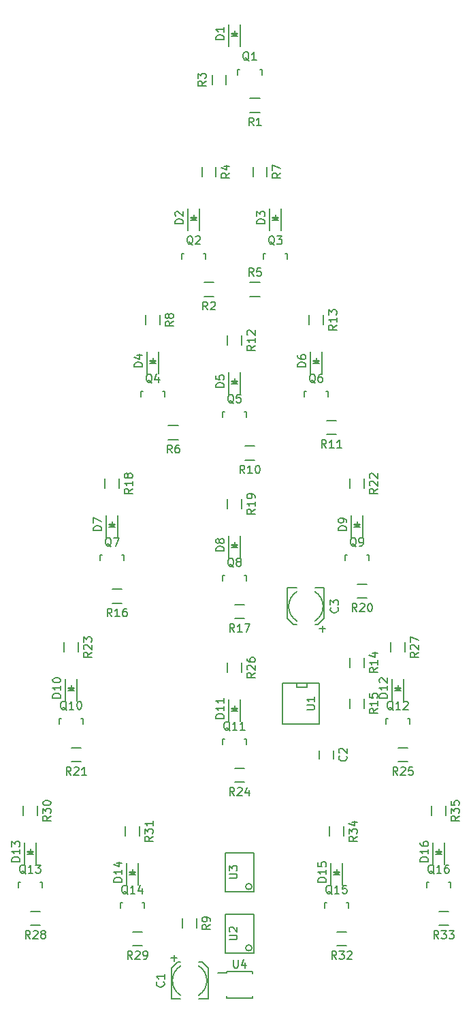
<source format=gbr>
G04 #@! TF.FileFunction,Legend,Top*
%FSLAX46Y46*%
G04 Gerber Fmt 4.6, Leading zero omitted, Abs format (unit mm)*
G04 Created by KiCad (PCBNEW 4.0.2-stable) date 12/1/2016 11:33:22 PM*
%MOMM*%
G01*
G04 APERTURE LIST*
%ADD10C,0.100000*%
%ADD11C,0.150000*%
G04 APERTURE END LIST*
D10*
D11*
X80530700Y-165608000D02*
X79362300Y-165608000D01*
X75958700Y-165608000D02*
X77127100Y-165608000D01*
X76720700Y-161036000D02*
X77127100Y-161036000D01*
X79768700Y-161036000D02*
X79362300Y-161036000D01*
X79361127Y-165151524D02*
G75*
G03X79362300Y-161493200I-1129127J1829524D01*
G01*
X77126396Y-161493626D02*
G75*
G03X77127100Y-165150800I1105604J-1828374D01*
G01*
X80530700Y-161798000D02*
X80530700Y-165608000D01*
X80530700Y-161798000D02*
X79768700Y-161036000D01*
X75958700Y-161798000D02*
X75958700Y-165608000D01*
X75958700Y-161798000D02*
X76720700Y-161036000D01*
X96100000Y-135755000D02*
X96100000Y-134755000D01*
X94400000Y-134755000D02*
X94400000Y-135755000D01*
X90411300Y-114554000D02*
X91579700Y-114554000D01*
X94983300Y-114554000D02*
X93814900Y-114554000D01*
X94221300Y-119126000D02*
X93814900Y-119126000D01*
X91173300Y-119126000D02*
X91579700Y-119126000D01*
X91580873Y-115010476D02*
G75*
G03X91579700Y-118668800I1129127J-1829524D01*
G01*
X93815604Y-118668374D02*
G75*
G03X93814900Y-115011200I-1105604J1828374D01*
G01*
X90411300Y-118364000D02*
X90411300Y-114554000D01*
X90411300Y-118364000D02*
X91173300Y-119126000D01*
X94983300Y-118364000D02*
X94983300Y-114554000D01*
X94983300Y-118364000D02*
X94221300Y-119126000D01*
X84570000Y-47320000D02*
X84570000Y-44620000D01*
X83070000Y-47320000D02*
X83070000Y-44620000D01*
X83970000Y-45820000D02*
X83720000Y-45820000D01*
X83720000Y-45820000D02*
X83870000Y-45970000D01*
X83470000Y-46070000D02*
X84170000Y-46070000D01*
X83820000Y-45720000D02*
X83820000Y-45370000D01*
X83820000Y-46070000D02*
X83470000Y-45720000D01*
X83470000Y-45720000D02*
X84170000Y-45720000D01*
X84170000Y-45720000D02*
X83820000Y-46070000D01*
X79490000Y-70180000D02*
X79490000Y-67480000D01*
X77990000Y-70180000D02*
X77990000Y-67480000D01*
X78890000Y-68680000D02*
X78640000Y-68680000D01*
X78640000Y-68680000D02*
X78790000Y-68830000D01*
X78390000Y-68930000D02*
X79090000Y-68930000D01*
X78740000Y-68580000D02*
X78740000Y-68230000D01*
X78740000Y-68930000D02*
X78390000Y-68580000D01*
X78390000Y-68580000D02*
X79090000Y-68580000D01*
X79090000Y-68580000D02*
X78740000Y-68930000D01*
X89650000Y-70180000D02*
X89650000Y-67480000D01*
X88150000Y-70180000D02*
X88150000Y-67480000D01*
X89050000Y-68680000D02*
X88800000Y-68680000D01*
X88800000Y-68680000D02*
X88950000Y-68830000D01*
X88550000Y-68930000D02*
X89250000Y-68930000D01*
X88900000Y-68580000D02*
X88900000Y-68230000D01*
X88900000Y-68930000D02*
X88550000Y-68580000D01*
X88550000Y-68580000D02*
X89250000Y-68580000D01*
X89250000Y-68580000D02*
X88900000Y-68930000D01*
X74410000Y-87960000D02*
X74410000Y-85260000D01*
X72910000Y-87960000D02*
X72910000Y-85260000D01*
X73810000Y-86460000D02*
X73560000Y-86460000D01*
X73560000Y-86460000D02*
X73710000Y-86610000D01*
X73310000Y-86710000D02*
X74010000Y-86710000D01*
X73660000Y-86360000D02*
X73660000Y-86010000D01*
X73660000Y-86710000D02*
X73310000Y-86360000D01*
X73310000Y-86360000D02*
X74010000Y-86360000D01*
X74010000Y-86360000D02*
X73660000Y-86710000D01*
X84570000Y-90500000D02*
X84570000Y-87800000D01*
X83070000Y-90500000D02*
X83070000Y-87800000D01*
X83970000Y-89000000D02*
X83720000Y-89000000D01*
X83720000Y-89000000D02*
X83870000Y-89150000D01*
X83470000Y-89250000D02*
X84170000Y-89250000D01*
X83820000Y-88900000D02*
X83820000Y-88550000D01*
X83820000Y-89250000D02*
X83470000Y-88900000D01*
X83470000Y-88900000D02*
X84170000Y-88900000D01*
X84170000Y-88900000D02*
X83820000Y-89250000D01*
X94730000Y-87960000D02*
X94730000Y-85260000D01*
X93230000Y-87960000D02*
X93230000Y-85260000D01*
X94130000Y-86460000D02*
X93880000Y-86460000D01*
X93880000Y-86460000D02*
X94030000Y-86610000D01*
X93630000Y-86710000D02*
X94330000Y-86710000D01*
X93980000Y-86360000D02*
X93980000Y-86010000D01*
X93980000Y-86710000D02*
X93630000Y-86360000D01*
X93630000Y-86360000D02*
X94330000Y-86360000D01*
X94330000Y-86360000D02*
X93980000Y-86710000D01*
X69330000Y-108280000D02*
X69330000Y-105580000D01*
X67830000Y-108280000D02*
X67830000Y-105580000D01*
X68730000Y-106780000D02*
X68480000Y-106780000D01*
X68480000Y-106780000D02*
X68630000Y-106930000D01*
X68230000Y-107030000D02*
X68930000Y-107030000D01*
X68580000Y-106680000D02*
X68580000Y-106330000D01*
X68580000Y-107030000D02*
X68230000Y-106680000D01*
X68230000Y-106680000D02*
X68930000Y-106680000D01*
X68930000Y-106680000D02*
X68580000Y-107030000D01*
X84570000Y-110820000D02*
X84570000Y-108120000D01*
X83070000Y-110820000D02*
X83070000Y-108120000D01*
X83970000Y-109320000D02*
X83720000Y-109320000D01*
X83720000Y-109320000D02*
X83870000Y-109470000D01*
X83470000Y-109570000D02*
X84170000Y-109570000D01*
X83820000Y-109220000D02*
X83820000Y-108870000D01*
X83820000Y-109570000D02*
X83470000Y-109220000D01*
X83470000Y-109220000D02*
X84170000Y-109220000D01*
X84170000Y-109220000D02*
X83820000Y-109570000D01*
X99810000Y-108280000D02*
X99810000Y-105580000D01*
X98310000Y-108280000D02*
X98310000Y-105580000D01*
X99210000Y-106780000D02*
X98960000Y-106780000D01*
X98960000Y-106780000D02*
X99110000Y-106930000D01*
X98710000Y-107030000D02*
X99410000Y-107030000D01*
X99060000Y-106680000D02*
X99060000Y-106330000D01*
X99060000Y-107030000D02*
X98710000Y-106680000D01*
X98710000Y-106680000D02*
X99410000Y-106680000D01*
X99410000Y-106680000D02*
X99060000Y-107030000D01*
X64250000Y-128600000D02*
X64250000Y-125900000D01*
X62750000Y-128600000D02*
X62750000Y-125900000D01*
X63650000Y-127100000D02*
X63400000Y-127100000D01*
X63400000Y-127100000D02*
X63550000Y-127250000D01*
X63150000Y-127350000D02*
X63850000Y-127350000D01*
X63500000Y-127000000D02*
X63500000Y-126650000D01*
X63500000Y-127350000D02*
X63150000Y-127000000D01*
X63150000Y-127000000D02*
X63850000Y-127000000D01*
X63850000Y-127000000D02*
X63500000Y-127350000D01*
X84570000Y-131140000D02*
X84570000Y-128440000D01*
X83070000Y-131140000D02*
X83070000Y-128440000D01*
X83970000Y-129640000D02*
X83720000Y-129640000D01*
X83720000Y-129640000D02*
X83870000Y-129790000D01*
X83470000Y-129890000D02*
X84170000Y-129890000D01*
X83820000Y-129540000D02*
X83820000Y-129190000D01*
X83820000Y-129890000D02*
X83470000Y-129540000D01*
X83470000Y-129540000D02*
X84170000Y-129540000D01*
X84170000Y-129540000D02*
X83820000Y-129890000D01*
X104890000Y-128600000D02*
X104890000Y-125900000D01*
X103390000Y-128600000D02*
X103390000Y-125900000D01*
X104290000Y-127100000D02*
X104040000Y-127100000D01*
X104040000Y-127100000D02*
X104190000Y-127250000D01*
X103790000Y-127350000D02*
X104490000Y-127350000D01*
X104140000Y-127000000D02*
X104140000Y-126650000D01*
X104140000Y-127350000D02*
X103790000Y-127000000D01*
X103790000Y-127000000D02*
X104490000Y-127000000D01*
X104490000Y-127000000D02*
X104140000Y-127350000D01*
X59170000Y-148920000D02*
X59170000Y-146220000D01*
X57670000Y-148920000D02*
X57670000Y-146220000D01*
X58570000Y-147420000D02*
X58320000Y-147420000D01*
X58320000Y-147420000D02*
X58470000Y-147570000D01*
X58070000Y-147670000D02*
X58770000Y-147670000D01*
X58420000Y-147320000D02*
X58420000Y-146970000D01*
X58420000Y-147670000D02*
X58070000Y-147320000D01*
X58070000Y-147320000D02*
X58770000Y-147320000D01*
X58770000Y-147320000D02*
X58420000Y-147670000D01*
X71870000Y-151460000D02*
X71870000Y-148760000D01*
X70370000Y-151460000D02*
X70370000Y-148760000D01*
X71270000Y-149960000D02*
X71020000Y-149960000D01*
X71020000Y-149960000D02*
X71170000Y-150110000D01*
X70770000Y-150210000D02*
X71470000Y-150210000D01*
X71120000Y-149860000D02*
X71120000Y-149510000D01*
X71120000Y-150210000D02*
X70770000Y-149860000D01*
X70770000Y-149860000D02*
X71470000Y-149860000D01*
X71470000Y-149860000D02*
X71120000Y-150210000D01*
X97270000Y-151460000D02*
X97270000Y-148760000D01*
X95770000Y-151460000D02*
X95770000Y-148760000D01*
X96670000Y-149960000D02*
X96420000Y-149960000D01*
X96420000Y-149960000D02*
X96570000Y-150110000D01*
X96170000Y-150210000D02*
X96870000Y-150210000D01*
X96520000Y-149860000D02*
X96520000Y-149510000D01*
X96520000Y-150210000D02*
X96170000Y-149860000D01*
X96170000Y-149860000D02*
X96870000Y-149860000D01*
X96870000Y-149860000D02*
X96520000Y-150210000D01*
X109970000Y-148920000D02*
X109970000Y-146220000D01*
X108470000Y-148920000D02*
X108470000Y-146220000D01*
X109370000Y-147420000D02*
X109120000Y-147420000D01*
X109120000Y-147420000D02*
X109270000Y-147570000D01*
X108870000Y-147670000D02*
X109570000Y-147670000D01*
X109220000Y-147320000D02*
X109220000Y-146970000D01*
X109220000Y-147670000D02*
X108870000Y-147320000D01*
X108870000Y-147320000D02*
X109570000Y-147320000D01*
X109570000Y-147320000D02*
X109220000Y-147670000D01*
X87024160Y-50149760D02*
X86975900Y-50149760D01*
X84225180Y-50850800D02*
X84225180Y-50149760D01*
X84225180Y-50149760D02*
X84474100Y-50149760D01*
X87024160Y-50149760D02*
X87224820Y-50149760D01*
X87224820Y-50149760D02*
X87224820Y-50850800D01*
X80039160Y-73009760D02*
X79990900Y-73009760D01*
X77240180Y-73710800D02*
X77240180Y-73009760D01*
X77240180Y-73009760D02*
X77489100Y-73009760D01*
X80039160Y-73009760D02*
X80239820Y-73009760D01*
X80239820Y-73009760D02*
X80239820Y-73710800D01*
X90199160Y-73009760D02*
X90150900Y-73009760D01*
X87400180Y-73710800D02*
X87400180Y-73009760D01*
X87400180Y-73009760D02*
X87649100Y-73009760D01*
X90199160Y-73009760D02*
X90399820Y-73009760D01*
X90399820Y-73009760D02*
X90399820Y-73710800D01*
X74959160Y-90154760D02*
X74910900Y-90154760D01*
X72160180Y-90855800D02*
X72160180Y-90154760D01*
X72160180Y-90154760D02*
X72409100Y-90154760D01*
X74959160Y-90154760D02*
X75159820Y-90154760D01*
X75159820Y-90154760D02*
X75159820Y-90855800D01*
X85119160Y-92694760D02*
X85070900Y-92694760D01*
X82320180Y-93395800D02*
X82320180Y-92694760D01*
X82320180Y-92694760D02*
X82569100Y-92694760D01*
X85119160Y-92694760D02*
X85319820Y-92694760D01*
X85319820Y-92694760D02*
X85319820Y-93395800D01*
X95279160Y-90154760D02*
X95230900Y-90154760D01*
X92480180Y-90855800D02*
X92480180Y-90154760D01*
X92480180Y-90154760D02*
X92729100Y-90154760D01*
X95279160Y-90154760D02*
X95479820Y-90154760D01*
X95479820Y-90154760D02*
X95479820Y-90855800D01*
X69879160Y-110474760D02*
X69830900Y-110474760D01*
X67080180Y-111175800D02*
X67080180Y-110474760D01*
X67080180Y-110474760D02*
X67329100Y-110474760D01*
X69879160Y-110474760D02*
X70079820Y-110474760D01*
X70079820Y-110474760D02*
X70079820Y-111175800D01*
X85119160Y-113014760D02*
X85070900Y-113014760D01*
X82320180Y-113715800D02*
X82320180Y-113014760D01*
X82320180Y-113014760D02*
X82569100Y-113014760D01*
X85119160Y-113014760D02*
X85319820Y-113014760D01*
X85319820Y-113014760D02*
X85319820Y-113715800D01*
X100359160Y-110474760D02*
X100310900Y-110474760D01*
X97560180Y-111175800D02*
X97560180Y-110474760D01*
X97560180Y-110474760D02*
X97809100Y-110474760D01*
X100359160Y-110474760D02*
X100559820Y-110474760D01*
X100559820Y-110474760D02*
X100559820Y-111175800D01*
X64799160Y-130794760D02*
X64750900Y-130794760D01*
X62000180Y-131495800D02*
X62000180Y-130794760D01*
X62000180Y-130794760D02*
X62249100Y-130794760D01*
X64799160Y-130794760D02*
X64999820Y-130794760D01*
X64999820Y-130794760D02*
X64999820Y-131495800D01*
X85119160Y-133334760D02*
X85070900Y-133334760D01*
X82320180Y-134035800D02*
X82320180Y-133334760D01*
X82320180Y-133334760D02*
X82569100Y-133334760D01*
X85119160Y-133334760D02*
X85319820Y-133334760D01*
X85319820Y-133334760D02*
X85319820Y-134035800D01*
X105439160Y-130794760D02*
X105390900Y-130794760D01*
X102640180Y-131495800D02*
X102640180Y-130794760D01*
X102640180Y-130794760D02*
X102889100Y-130794760D01*
X105439160Y-130794760D02*
X105639820Y-130794760D01*
X105639820Y-130794760D02*
X105639820Y-131495800D01*
X59719160Y-151114760D02*
X59670900Y-151114760D01*
X56920180Y-151815800D02*
X56920180Y-151114760D01*
X56920180Y-151114760D02*
X57169100Y-151114760D01*
X59719160Y-151114760D02*
X59919820Y-151114760D01*
X59919820Y-151114760D02*
X59919820Y-151815800D01*
X72419160Y-153654760D02*
X72370900Y-153654760D01*
X69620180Y-154355800D02*
X69620180Y-153654760D01*
X69620180Y-153654760D02*
X69869100Y-153654760D01*
X72419160Y-153654760D02*
X72619820Y-153654760D01*
X72619820Y-153654760D02*
X72619820Y-154355800D01*
X97819160Y-153654760D02*
X97770900Y-153654760D01*
X95020180Y-154355800D02*
X95020180Y-153654760D01*
X95020180Y-153654760D02*
X95269100Y-153654760D01*
X97819160Y-153654760D02*
X98019820Y-153654760D01*
X98019820Y-153654760D02*
X98019820Y-154355800D01*
X110519160Y-151114760D02*
X110470900Y-151114760D01*
X107720180Y-151815800D02*
X107720180Y-151114760D01*
X107720180Y-151114760D02*
X107969100Y-151114760D01*
X110519160Y-151114760D02*
X110719820Y-151114760D01*
X110719820Y-151114760D02*
X110719820Y-151815800D01*
X85760000Y-53735000D02*
X86960000Y-53735000D01*
X86960000Y-55485000D02*
X85760000Y-55485000D01*
X80045000Y-76595000D02*
X81245000Y-76595000D01*
X81245000Y-78345000D02*
X80045000Y-78345000D01*
X82790000Y-50835000D02*
X82790000Y-52035000D01*
X81040000Y-52035000D02*
X81040000Y-50835000D01*
X79770000Y-63465000D02*
X79770000Y-62265000D01*
X81520000Y-62265000D02*
X81520000Y-63465000D01*
X86960000Y-78345000D02*
X85760000Y-78345000D01*
X85760000Y-76595000D02*
X86960000Y-76595000D01*
X75600000Y-94375000D02*
X76800000Y-94375000D01*
X76800000Y-96125000D02*
X75600000Y-96125000D01*
X86120000Y-63465000D02*
X86120000Y-62265000D01*
X87870000Y-62265000D02*
X87870000Y-63465000D01*
X72785000Y-81880000D02*
X72785000Y-80680000D01*
X74535000Y-80680000D02*
X74535000Y-81880000D01*
X77357000Y-156810000D02*
X77357000Y-155610000D01*
X79107000Y-155610000D02*
X79107000Y-156810000D01*
X85125000Y-96915000D02*
X86325000Y-96915000D01*
X86325000Y-98665000D02*
X85125000Y-98665000D01*
X95285000Y-93740000D02*
X96485000Y-93740000D01*
X96485000Y-95490000D02*
X95285000Y-95490000D01*
X82945000Y-84420000D02*
X82945000Y-83220000D01*
X84695000Y-83220000D02*
X84695000Y-84420000D01*
X93105000Y-81880000D02*
X93105000Y-80680000D01*
X94855000Y-80680000D02*
X94855000Y-81880000D01*
X98185000Y-124425000D02*
X98185000Y-123225000D01*
X99935000Y-123225000D02*
X99935000Y-124425000D01*
X98185000Y-129505000D02*
X98185000Y-128305000D01*
X99935000Y-128305000D02*
X99935000Y-129505000D01*
X68615000Y-114695000D02*
X69815000Y-114695000D01*
X69815000Y-116445000D02*
X68615000Y-116445000D01*
X83855000Y-116600000D02*
X85055000Y-116600000D01*
X85055000Y-118350000D02*
X83855000Y-118350000D01*
X67705000Y-102200000D02*
X67705000Y-101000000D01*
X69455000Y-101000000D02*
X69455000Y-102200000D01*
X82945000Y-104740000D02*
X82945000Y-103540000D01*
X84695000Y-103540000D02*
X84695000Y-104740000D01*
X99095000Y-114060000D02*
X100295000Y-114060000D01*
X100295000Y-115810000D02*
X99095000Y-115810000D01*
X63535000Y-134380000D02*
X64735000Y-134380000D01*
X64735000Y-136130000D02*
X63535000Y-136130000D01*
X98185000Y-102200000D02*
X98185000Y-101000000D01*
X99935000Y-101000000D02*
X99935000Y-102200000D01*
X62625000Y-122520000D02*
X62625000Y-121320000D01*
X64375000Y-121320000D02*
X64375000Y-122520000D01*
X83855000Y-136920000D02*
X85055000Y-136920000D01*
X85055000Y-138670000D02*
X83855000Y-138670000D01*
X104175000Y-134380000D02*
X105375000Y-134380000D01*
X105375000Y-136130000D02*
X104175000Y-136130000D01*
X82945000Y-125060000D02*
X82945000Y-123860000D01*
X84695000Y-123860000D02*
X84695000Y-125060000D01*
X103265000Y-122520000D02*
X103265000Y-121320000D01*
X105015000Y-121320000D02*
X105015000Y-122520000D01*
X58455000Y-154700000D02*
X59655000Y-154700000D01*
X59655000Y-156450000D02*
X58455000Y-156450000D01*
X71155000Y-157240000D02*
X72355000Y-157240000D01*
X72355000Y-158990000D02*
X71155000Y-158990000D01*
X57545000Y-142840000D02*
X57545000Y-141640000D01*
X59295000Y-141640000D02*
X59295000Y-142840000D01*
X70245000Y-145380000D02*
X70245000Y-144180000D01*
X71995000Y-144180000D02*
X71995000Y-145380000D01*
X96555000Y-157240000D02*
X97755000Y-157240000D01*
X97755000Y-158990000D02*
X96555000Y-158990000D01*
X109255000Y-154700000D02*
X110455000Y-154700000D01*
X110455000Y-156450000D02*
X109255000Y-156450000D01*
X95645000Y-145380000D02*
X95645000Y-144180000D01*
X97395000Y-144180000D02*
X97395000Y-145380000D01*
X108345000Y-142840000D02*
X108345000Y-141640000D01*
X110095000Y-141640000D02*
X110095000Y-142840000D01*
X94361000Y-126365000D02*
X94361000Y-131445000D01*
X94361000Y-131445000D02*
X89789000Y-131445000D01*
X89789000Y-131445000D02*
X89789000Y-126365000D01*
X89789000Y-126365000D02*
X94361000Y-126365000D01*
X92837000Y-126365000D02*
X92837000Y-126873000D01*
X92837000Y-126873000D02*
X91567000Y-126873000D01*
X91567000Y-126873000D02*
X91567000Y-126365000D01*
X82677000Y-159893000D02*
X82677000Y-155067000D01*
X82677000Y-155067000D02*
X86233000Y-155067000D01*
X86233000Y-155067000D02*
X86233000Y-159893000D01*
X86233000Y-159893000D02*
X82677000Y-159893000D01*
X85979000Y-159258000D02*
G75*
G03X85979000Y-159258000I-381000J0D01*
G01*
X82677000Y-152273000D02*
X82677000Y-147447000D01*
X82677000Y-147447000D02*
X86233000Y-147447000D01*
X86233000Y-147447000D02*
X86233000Y-152273000D01*
X86233000Y-152273000D02*
X82677000Y-152273000D01*
X85979000Y-151638000D02*
G75*
G03X85979000Y-151638000I-381000J0D01*
G01*
X82830000Y-162205000D02*
X82830000Y-162330000D01*
X86080000Y-162205000D02*
X86080000Y-162430000D01*
X86080000Y-165455000D02*
X86080000Y-165230000D01*
X82830000Y-165455000D02*
X82830000Y-165230000D01*
X82830000Y-162205000D02*
X86080000Y-162205000D01*
X82830000Y-165455000D02*
X86080000Y-165455000D01*
X82830000Y-162330000D02*
X81755000Y-162330000D01*
X75007743Y-163488666D02*
X75055362Y-163536285D01*
X75102981Y-163679142D01*
X75102981Y-163774380D01*
X75055362Y-163917238D01*
X74960124Y-164012476D01*
X74864886Y-164060095D01*
X74674410Y-164107714D01*
X74531552Y-164107714D01*
X74341076Y-164060095D01*
X74245838Y-164012476D01*
X74150600Y-163917238D01*
X74102981Y-163774380D01*
X74102981Y-163679142D01*
X74150600Y-163536285D01*
X74198219Y-163488666D01*
X75102981Y-162536285D02*
X75102981Y-163107714D01*
X75102981Y-162822000D02*
X74102981Y-162822000D01*
X74245838Y-162917238D01*
X74341076Y-163012476D01*
X74388695Y-163107714D01*
X76309529Y-160921652D02*
X76309529Y-160159747D01*
X76690481Y-160540699D02*
X75928576Y-160540699D01*
X97707143Y-135421666D02*
X97754762Y-135469285D01*
X97802381Y-135612142D01*
X97802381Y-135707380D01*
X97754762Y-135850238D01*
X97659524Y-135945476D01*
X97564286Y-135993095D01*
X97373810Y-136040714D01*
X97230952Y-136040714D01*
X97040476Y-135993095D01*
X96945238Y-135945476D01*
X96850000Y-135850238D01*
X96802381Y-135707380D01*
X96802381Y-135612142D01*
X96850000Y-135469285D01*
X96897619Y-135421666D01*
X96897619Y-135040714D02*
X96850000Y-134993095D01*
X96802381Y-134897857D01*
X96802381Y-134659761D01*
X96850000Y-134564523D01*
X96897619Y-134516904D01*
X96992857Y-134469285D01*
X97088095Y-134469285D01*
X97230952Y-134516904D01*
X97802381Y-135088333D01*
X97802381Y-134469285D01*
X96648543Y-117006666D02*
X96696162Y-117054285D01*
X96743781Y-117197142D01*
X96743781Y-117292380D01*
X96696162Y-117435238D01*
X96600924Y-117530476D01*
X96505686Y-117578095D01*
X96315210Y-117625714D01*
X96172352Y-117625714D01*
X95981876Y-117578095D01*
X95886638Y-117530476D01*
X95791400Y-117435238D01*
X95743781Y-117292380D01*
X95743781Y-117197142D01*
X95791400Y-117054285D01*
X95839019Y-117006666D01*
X95743781Y-116673333D02*
X95743781Y-116054285D01*
X96124733Y-116387619D01*
X96124733Y-116244761D01*
X96172352Y-116149523D01*
X96219971Y-116101904D01*
X96315210Y-116054285D01*
X96553305Y-116054285D01*
X96648543Y-116101904D01*
X96696162Y-116149523D01*
X96743781Y-116244761D01*
X96743781Y-116530476D01*
X96696162Y-116625714D01*
X96648543Y-116673333D01*
X94775329Y-120002252D02*
X94775329Y-119240347D01*
X95156281Y-119621299D02*
X94394376Y-119621299D01*
X82522381Y-46458095D02*
X81522381Y-46458095D01*
X81522381Y-46220000D01*
X81570000Y-46077142D01*
X81665238Y-45981904D01*
X81760476Y-45934285D01*
X81950952Y-45886666D01*
X82093810Y-45886666D01*
X82284286Y-45934285D01*
X82379524Y-45981904D01*
X82474762Y-46077142D01*
X82522381Y-46220000D01*
X82522381Y-46458095D01*
X82522381Y-44934285D02*
X82522381Y-45505714D01*
X82522381Y-45220000D02*
X81522381Y-45220000D01*
X81665238Y-45315238D01*
X81760476Y-45410476D01*
X81808095Y-45505714D01*
X77442381Y-69318095D02*
X76442381Y-69318095D01*
X76442381Y-69080000D01*
X76490000Y-68937142D01*
X76585238Y-68841904D01*
X76680476Y-68794285D01*
X76870952Y-68746666D01*
X77013810Y-68746666D01*
X77204286Y-68794285D01*
X77299524Y-68841904D01*
X77394762Y-68937142D01*
X77442381Y-69080000D01*
X77442381Y-69318095D01*
X76537619Y-68365714D02*
X76490000Y-68318095D01*
X76442381Y-68222857D01*
X76442381Y-67984761D01*
X76490000Y-67889523D01*
X76537619Y-67841904D01*
X76632857Y-67794285D01*
X76728095Y-67794285D01*
X76870952Y-67841904D01*
X77442381Y-68413333D01*
X77442381Y-67794285D01*
X87602381Y-69318095D02*
X86602381Y-69318095D01*
X86602381Y-69080000D01*
X86650000Y-68937142D01*
X86745238Y-68841904D01*
X86840476Y-68794285D01*
X87030952Y-68746666D01*
X87173810Y-68746666D01*
X87364286Y-68794285D01*
X87459524Y-68841904D01*
X87554762Y-68937142D01*
X87602381Y-69080000D01*
X87602381Y-69318095D01*
X86602381Y-68413333D02*
X86602381Y-67794285D01*
X86983333Y-68127619D01*
X86983333Y-67984761D01*
X87030952Y-67889523D01*
X87078571Y-67841904D01*
X87173810Y-67794285D01*
X87411905Y-67794285D01*
X87507143Y-67841904D01*
X87554762Y-67889523D01*
X87602381Y-67984761D01*
X87602381Y-68270476D01*
X87554762Y-68365714D01*
X87507143Y-68413333D01*
X72362381Y-87098095D02*
X71362381Y-87098095D01*
X71362381Y-86860000D01*
X71410000Y-86717142D01*
X71505238Y-86621904D01*
X71600476Y-86574285D01*
X71790952Y-86526666D01*
X71933810Y-86526666D01*
X72124286Y-86574285D01*
X72219524Y-86621904D01*
X72314762Y-86717142D01*
X72362381Y-86860000D01*
X72362381Y-87098095D01*
X71695714Y-85669523D02*
X72362381Y-85669523D01*
X71314762Y-85907619D02*
X72029048Y-86145714D01*
X72029048Y-85526666D01*
X82522381Y-89638095D02*
X81522381Y-89638095D01*
X81522381Y-89400000D01*
X81570000Y-89257142D01*
X81665238Y-89161904D01*
X81760476Y-89114285D01*
X81950952Y-89066666D01*
X82093810Y-89066666D01*
X82284286Y-89114285D01*
X82379524Y-89161904D01*
X82474762Y-89257142D01*
X82522381Y-89400000D01*
X82522381Y-89638095D01*
X81522381Y-88161904D02*
X81522381Y-88638095D01*
X81998571Y-88685714D01*
X81950952Y-88638095D01*
X81903333Y-88542857D01*
X81903333Y-88304761D01*
X81950952Y-88209523D01*
X81998571Y-88161904D01*
X82093810Y-88114285D01*
X82331905Y-88114285D01*
X82427143Y-88161904D01*
X82474762Y-88209523D01*
X82522381Y-88304761D01*
X82522381Y-88542857D01*
X82474762Y-88638095D01*
X82427143Y-88685714D01*
X92682381Y-87098095D02*
X91682381Y-87098095D01*
X91682381Y-86860000D01*
X91730000Y-86717142D01*
X91825238Y-86621904D01*
X91920476Y-86574285D01*
X92110952Y-86526666D01*
X92253810Y-86526666D01*
X92444286Y-86574285D01*
X92539524Y-86621904D01*
X92634762Y-86717142D01*
X92682381Y-86860000D01*
X92682381Y-87098095D01*
X91682381Y-85669523D02*
X91682381Y-85860000D01*
X91730000Y-85955238D01*
X91777619Y-86002857D01*
X91920476Y-86098095D01*
X92110952Y-86145714D01*
X92491905Y-86145714D01*
X92587143Y-86098095D01*
X92634762Y-86050476D01*
X92682381Y-85955238D01*
X92682381Y-85764761D01*
X92634762Y-85669523D01*
X92587143Y-85621904D01*
X92491905Y-85574285D01*
X92253810Y-85574285D01*
X92158571Y-85621904D01*
X92110952Y-85669523D01*
X92063333Y-85764761D01*
X92063333Y-85955238D01*
X92110952Y-86050476D01*
X92158571Y-86098095D01*
X92253810Y-86145714D01*
X67282381Y-107418095D02*
X66282381Y-107418095D01*
X66282381Y-107180000D01*
X66330000Y-107037142D01*
X66425238Y-106941904D01*
X66520476Y-106894285D01*
X66710952Y-106846666D01*
X66853810Y-106846666D01*
X67044286Y-106894285D01*
X67139524Y-106941904D01*
X67234762Y-107037142D01*
X67282381Y-107180000D01*
X67282381Y-107418095D01*
X66282381Y-106513333D02*
X66282381Y-105846666D01*
X67282381Y-106275238D01*
X82522381Y-109958095D02*
X81522381Y-109958095D01*
X81522381Y-109720000D01*
X81570000Y-109577142D01*
X81665238Y-109481904D01*
X81760476Y-109434285D01*
X81950952Y-109386666D01*
X82093810Y-109386666D01*
X82284286Y-109434285D01*
X82379524Y-109481904D01*
X82474762Y-109577142D01*
X82522381Y-109720000D01*
X82522381Y-109958095D01*
X81950952Y-108815238D02*
X81903333Y-108910476D01*
X81855714Y-108958095D01*
X81760476Y-109005714D01*
X81712857Y-109005714D01*
X81617619Y-108958095D01*
X81570000Y-108910476D01*
X81522381Y-108815238D01*
X81522381Y-108624761D01*
X81570000Y-108529523D01*
X81617619Y-108481904D01*
X81712857Y-108434285D01*
X81760476Y-108434285D01*
X81855714Y-108481904D01*
X81903333Y-108529523D01*
X81950952Y-108624761D01*
X81950952Y-108815238D01*
X81998571Y-108910476D01*
X82046190Y-108958095D01*
X82141429Y-109005714D01*
X82331905Y-109005714D01*
X82427143Y-108958095D01*
X82474762Y-108910476D01*
X82522381Y-108815238D01*
X82522381Y-108624761D01*
X82474762Y-108529523D01*
X82427143Y-108481904D01*
X82331905Y-108434285D01*
X82141429Y-108434285D01*
X82046190Y-108481904D01*
X81998571Y-108529523D01*
X81950952Y-108624761D01*
X97762381Y-107418095D02*
X96762381Y-107418095D01*
X96762381Y-107180000D01*
X96810000Y-107037142D01*
X96905238Y-106941904D01*
X97000476Y-106894285D01*
X97190952Y-106846666D01*
X97333810Y-106846666D01*
X97524286Y-106894285D01*
X97619524Y-106941904D01*
X97714762Y-107037142D01*
X97762381Y-107180000D01*
X97762381Y-107418095D01*
X97762381Y-106370476D02*
X97762381Y-106180000D01*
X97714762Y-106084761D01*
X97667143Y-106037142D01*
X97524286Y-105941904D01*
X97333810Y-105894285D01*
X96952857Y-105894285D01*
X96857619Y-105941904D01*
X96810000Y-105989523D01*
X96762381Y-106084761D01*
X96762381Y-106275238D01*
X96810000Y-106370476D01*
X96857619Y-106418095D01*
X96952857Y-106465714D01*
X97190952Y-106465714D01*
X97286190Y-106418095D01*
X97333810Y-106370476D01*
X97381429Y-106275238D01*
X97381429Y-106084761D01*
X97333810Y-105989523D01*
X97286190Y-105941904D01*
X97190952Y-105894285D01*
X62202381Y-128214286D02*
X61202381Y-128214286D01*
X61202381Y-127976191D01*
X61250000Y-127833333D01*
X61345238Y-127738095D01*
X61440476Y-127690476D01*
X61630952Y-127642857D01*
X61773810Y-127642857D01*
X61964286Y-127690476D01*
X62059524Y-127738095D01*
X62154762Y-127833333D01*
X62202381Y-127976191D01*
X62202381Y-128214286D01*
X62202381Y-126690476D02*
X62202381Y-127261905D01*
X62202381Y-126976191D02*
X61202381Y-126976191D01*
X61345238Y-127071429D01*
X61440476Y-127166667D01*
X61488095Y-127261905D01*
X61202381Y-126071429D02*
X61202381Y-125976190D01*
X61250000Y-125880952D01*
X61297619Y-125833333D01*
X61392857Y-125785714D01*
X61583333Y-125738095D01*
X61821429Y-125738095D01*
X62011905Y-125785714D01*
X62107143Y-125833333D01*
X62154762Y-125880952D01*
X62202381Y-125976190D01*
X62202381Y-126071429D01*
X62154762Y-126166667D01*
X62107143Y-126214286D01*
X62011905Y-126261905D01*
X61821429Y-126309524D01*
X61583333Y-126309524D01*
X61392857Y-126261905D01*
X61297619Y-126214286D01*
X61250000Y-126166667D01*
X61202381Y-126071429D01*
X82522381Y-130754286D02*
X81522381Y-130754286D01*
X81522381Y-130516191D01*
X81570000Y-130373333D01*
X81665238Y-130278095D01*
X81760476Y-130230476D01*
X81950952Y-130182857D01*
X82093810Y-130182857D01*
X82284286Y-130230476D01*
X82379524Y-130278095D01*
X82474762Y-130373333D01*
X82522381Y-130516191D01*
X82522381Y-130754286D01*
X82522381Y-129230476D02*
X82522381Y-129801905D01*
X82522381Y-129516191D02*
X81522381Y-129516191D01*
X81665238Y-129611429D01*
X81760476Y-129706667D01*
X81808095Y-129801905D01*
X82522381Y-128278095D02*
X82522381Y-128849524D01*
X82522381Y-128563810D02*
X81522381Y-128563810D01*
X81665238Y-128659048D01*
X81760476Y-128754286D01*
X81808095Y-128849524D01*
X102842381Y-128214286D02*
X101842381Y-128214286D01*
X101842381Y-127976191D01*
X101890000Y-127833333D01*
X101985238Y-127738095D01*
X102080476Y-127690476D01*
X102270952Y-127642857D01*
X102413810Y-127642857D01*
X102604286Y-127690476D01*
X102699524Y-127738095D01*
X102794762Y-127833333D01*
X102842381Y-127976191D01*
X102842381Y-128214286D01*
X102842381Y-126690476D02*
X102842381Y-127261905D01*
X102842381Y-126976191D02*
X101842381Y-126976191D01*
X101985238Y-127071429D01*
X102080476Y-127166667D01*
X102128095Y-127261905D01*
X101937619Y-126309524D02*
X101890000Y-126261905D01*
X101842381Y-126166667D01*
X101842381Y-125928571D01*
X101890000Y-125833333D01*
X101937619Y-125785714D01*
X102032857Y-125738095D01*
X102128095Y-125738095D01*
X102270952Y-125785714D01*
X102842381Y-126357143D01*
X102842381Y-125738095D01*
X57122381Y-148534286D02*
X56122381Y-148534286D01*
X56122381Y-148296191D01*
X56170000Y-148153333D01*
X56265238Y-148058095D01*
X56360476Y-148010476D01*
X56550952Y-147962857D01*
X56693810Y-147962857D01*
X56884286Y-148010476D01*
X56979524Y-148058095D01*
X57074762Y-148153333D01*
X57122381Y-148296191D01*
X57122381Y-148534286D01*
X57122381Y-147010476D02*
X57122381Y-147581905D01*
X57122381Y-147296191D02*
X56122381Y-147296191D01*
X56265238Y-147391429D01*
X56360476Y-147486667D01*
X56408095Y-147581905D01*
X56122381Y-146677143D02*
X56122381Y-146058095D01*
X56503333Y-146391429D01*
X56503333Y-146248571D01*
X56550952Y-146153333D01*
X56598571Y-146105714D01*
X56693810Y-146058095D01*
X56931905Y-146058095D01*
X57027143Y-146105714D01*
X57074762Y-146153333D01*
X57122381Y-146248571D01*
X57122381Y-146534286D01*
X57074762Y-146629524D01*
X57027143Y-146677143D01*
X69822381Y-151074286D02*
X68822381Y-151074286D01*
X68822381Y-150836191D01*
X68870000Y-150693333D01*
X68965238Y-150598095D01*
X69060476Y-150550476D01*
X69250952Y-150502857D01*
X69393810Y-150502857D01*
X69584286Y-150550476D01*
X69679524Y-150598095D01*
X69774762Y-150693333D01*
X69822381Y-150836191D01*
X69822381Y-151074286D01*
X69822381Y-149550476D02*
X69822381Y-150121905D01*
X69822381Y-149836191D02*
X68822381Y-149836191D01*
X68965238Y-149931429D01*
X69060476Y-150026667D01*
X69108095Y-150121905D01*
X69155714Y-148693333D02*
X69822381Y-148693333D01*
X68774762Y-148931429D02*
X69489048Y-149169524D01*
X69489048Y-148550476D01*
X95222381Y-151074286D02*
X94222381Y-151074286D01*
X94222381Y-150836191D01*
X94270000Y-150693333D01*
X94365238Y-150598095D01*
X94460476Y-150550476D01*
X94650952Y-150502857D01*
X94793810Y-150502857D01*
X94984286Y-150550476D01*
X95079524Y-150598095D01*
X95174762Y-150693333D01*
X95222381Y-150836191D01*
X95222381Y-151074286D01*
X95222381Y-149550476D02*
X95222381Y-150121905D01*
X95222381Y-149836191D02*
X94222381Y-149836191D01*
X94365238Y-149931429D01*
X94460476Y-150026667D01*
X94508095Y-150121905D01*
X94222381Y-148645714D02*
X94222381Y-149121905D01*
X94698571Y-149169524D01*
X94650952Y-149121905D01*
X94603333Y-149026667D01*
X94603333Y-148788571D01*
X94650952Y-148693333D01*
X94698571Y-148645714D01*
X94793810Y-148598095D01*
X95031905Y-148598095D01*
X95127143Y-148645714D01*
X95174762Y-148693333D01*
X95222381Y-148788571D01*
X95222381Y-149026667D01*
X95174762Y-149121905D01*
X95127143Y-149169524D01*
X107922381Y-148534286D02*
X106922381Y-148534286D01*
X106922381Y-148296191D01*
X106970000Y-148153333D01*
X107065238Y-148058095D01*
X107160476Y-148010476D01*
X107350952Y-147962857D01*
X107493810Y-147962857D01*
X107684286Y-148010476D01*
X107779524Y-148058095D01*
X107874762Y-148153333D01*
X107922381Y-148296191D01*
X107922381Y-148534286D01*
X107922381Y-147010476D02*
X107922381Y-147581905D01*
X107922381Y-147296191D02*
X106922381Y-147296191D01*
X107065238Y-147391429D01*
X107160476Y-147486667D01*
X107208095Y-147581905D01*
X106922381Y-146153333D02*
X106922381Y-146343810D01*
X106970000Y-146439048D01*
X107017619Y-146486667D01*
X107160476Y-146581905D01*
X107350952Y-146629524D01*
X107731905Y-146629524D01*
X107827143Y-146581905D01*
X107874762Y-146534286D01*
X107922381Y-146439048D01*
X107922381Y-146248571D01*
X107874762Y-146153333D01*
X107827143Y-146105714D01*
X107731905Y-146058095D01*
X107493810Y-146058095D01*
X107398571Y-146105714D01*
X107350952Y-146153333D01*
X107303333Y-146248571D01*
X107303333Y-146439048D01*
X107350952Y-146534286D01*
X107398571Y-146581905D01*
X107493810Y-146629524D01*
X85629762Y-49097619D02*
X85534524Y-49050000D01*
X85439286Y-48954762D01*
X85296429Y-48811905D01*
X85201190Y-48764286D01*
X85105952Y-48764286D01*
X85153571Y-49002381D02*
X85058333Y-48954762D01*
X84963095Y-48859524D01*
X84915476Y-48669048D01*
X84915476Y-48335714D01*
X84963095Y-48145238D01*
X85058333Y-48050000D01*
X85153571Y-48002381D01*
X85344048Y-48002381D01*
X85439286Y-48050000D01*
X85534524Y-48145238D01*
X85582143Y-48335714D01*
X85582143Y-48669048D01*
X85534524Y-48859524D01*
X85439286Y-48954762D01*
X85344048Y-49002381D01*
X85153571Y-49002381D01*
X86534524Y-49002381D02*
X85963095Y-49002381D01*
X86248809Y-49002381D02*
X86248809Y-48002381D01*
X86153571Y-48145238D01*
X86058333Y-48240476D01*
X85963095Y-48288095D01*
X78644762Y-71957619D02*
X78549524Y-71910000D01*
X78454286Y-71814762D01*
X78311429Y-71671905D01*
X78216190Y-71624286D01*
X78120952Y-71624286D01*
X78168571Y-71862381D02*
X78073333Y-71814762D01*
X77978095Y-71719524D01*
X77930476Y-71529048D01*
X77930476Y-71195714D01*
X77978095Y-71005238D01*
X78073333Y-70910000D01*
X78168571Y-70862381D01*
X78359048Y-70862381D01*
X78454286Y-70910000D01*
X78549524Y-71005238D01*
X78597143Y-71195714D01*
X78597143Y-71529048D01*
X78549524Y-71719524D01*
X78454286Y-71814762D01*
X78359048Y-71862381D01*
X78168571Y-71862381D01*
X78978095Y-70957619D02*
X79025714Y-70910000D01*
X79120952Y-70862381D01*
X79359048Y-70862381D01*
X79454286Y-70910000D01*
X79501905Y-70957619D01*
X79549524Y-71052857D01*
X79549524Y-71148095D01*
X79501905Y-71290952D01*
X78930476Y-71862381D01*
X79549524Y-71862381D01*
X88804762Y-71957619D02*
X88709524Y-71910000D01*
X88614286Y-71814762D01*
X88471429Y-71671905D01*
X88376190Y-71624286D01*
X88280952Y-71624286D01*
X88328571Y-71862381D02*
X88233333Y-71814762D01*
X88138095Y-71719524D01*
X88090476Y-71529048D01*
X88090476Y-71195714D01*
X88138095Y-71005238D01*
X88233333Y-70910000D01*
X88328571Y-70862381D01*
X88519048Y-70862381D01*
X88614286Y-70910000D01*
X88709524Y-71005238D01*
X88757143Y-71195714D01*
X88757143Y-71529048D01*
X88709524Y-71719524D01*
X88614286Y-71814762D01*
X88519048Y-71862381D01*
X88328571Y-71862381D01*
X89090476Y-70862381D02*
X89709524Y-70862381D01*
X89376190Y-71243333D01*
X89519048Y-71243333D01*
X89614286Y-71290952D01*
X89661905Y-71338571D01*
X89709524Y-71433810D01*
X89709524Y-71671905D01*
X89661905Y-71767143D01*
X89614286Y-71814762D01*
X89519048Y-71862381D01*
X89233333Y-71862381D01*
X89138095Y-71814762D01*
X89090476Y-71767143D01*
X73564762Y-89102619D02*
X73469524Y-89055000D01*
X73374286Y-88959762D01*
X73231429Y-88816905D01*
X73136190Y-88769286D01*
X73040952Y-88769286D01*
X73088571Y-89007381D02*
X72993333Y-88959762D01*
X72898095Y-88864524D01*
X72850476Y-88674048D01*
X72850476Y-88340714D01*
X72898095Y-88150238D01*
X72993333Y-88055000D01*
X73088571Y-88007381D01*
X73279048Y-88007381D01*
X73374286Y-88055000D01*
X73469524Y-88150238D01*
X73517143Y-88340714D01*
X73517143Y-88674048D01*
X73469524Y-88864524D01*
X73374286Y-88959762D01*
X73279048Y-89007381D01*
X73088571Y-89007381D01*
X74374286Y-88340714D02*
X74374286Y-89007381D01*
X74136190Y-87959762D02*
X73898095Y-88674048D01*
X74517143Y-88674048D01*
X83724762Y-91642619D02*
X83629524Y-91595000D01*
X83534286Y-91499762D01*
X83391429Y-91356905D01*
X83296190Y-91309286D01*
X83200952Y-91309286D01*
X83248571Y-91547381D02*
X83153333Y-91499762D01*
X83058095Y-91404524D01*
X83010476Y-91214048D01*
X83010476Y-90880714D01*
X83058095Y-90690238D01*
X83153333Y-90595000D01*
X83248571Y-90547381D01*
X83439048Y-90547381D01*
X83534286Y-90595000D01*
X83629524Y-90690238D01*
X83677143Y-90880714D01*
X83677143Y-91214048D01*
X83629524Y-91404524D01*
X83534286Y-91499762D01*
X83439048Y-91547381D01*
X83248571Y-91547381D01*
X84581905Y-90547381D02*
X84105714Y-90547381D01*
X84058095Y-91023571D01*
X84105714Y-90975952D01*
X84200952Y-90928333D01*
X84439048Y-90928333D01*
X84534286Y-90975952D01*
X84581905Y-91023571D01*
X84629524Y-91118810D01*
X84629524Y-91356905D01*
X84581905Y-91452143D01*
X84534286Y-91499762D01*
X84439048Y-91547381D01*
X84200952Y-91547381D01*
X84105714Y-91499762D01*
X84058095Y-91452143D01*
X93884762Y-89102619D02*
X93789524Y-89055000D01*
X93694286Y-88959762D01*
X93551429Y-88816905D01*
X93456190Y-88769286D01*
X93360952Y-88769286D01*
X93408571Y-89007381D02*
X93313333Y-88959762D01*
X93218095Y-88864524D01*
X93170476Y-88674048D01*
X93170476Y-88340714D01*
X93218095Y-88150238D01*
X93313333Y-88055000D01*
X93408571Y-88007381D01*
X93599048Y-88007381D01*
X93694286Y-88055000D01*
X93789524Y-88150238D01*
X93837143Y-88340714D01*
X93837143Y-88674048D01*
X93789524Y-88864524D01*
X93694286Y-88959762D01*
X93599048Y-89007381D01*
X93408571Y-89007381D01*
X94694286Y-88007381D02*
X94503809Y-88007381D01*
X94408571Y-88055000D01*
X94360952Y-88102619D01*
X94265714Y-88245476D01*
X94218095Y-88435952D01*
X94218095Y-88816905D01*
X94265714Y-88912143D01*
X94313333Y-88959762D01*
X94408571Y-89007381D01*
X94599048Y-89007381D01*
X94694286Y-88959762D01*
X94741905Y-88912143D01*
X94789524Y-88816905D01*
X94789524Y-88578810D01*
X94741905Y-88483571D01*
X94694286Y-88435952D01*
X94599048Y-88388333D01*
X94408571Y-88388333D01*
X94313333Y-88435952D01*
X94265714Y-88483571D01*
X94218095Y-88578810D01*
X68484762Y-109422619D02*
X68389524Y-109375000D01*
X68294286Y-109279762D01*
X68151429Y-109136905D01*
X68056190Y-109089286D01*
X67960952Y-109089286D01*
X68008571Y-109327381D02*
X67913333Y-109279762D01*
X67818095Y-109184524D01*
X67770476Y-108994048D01*
X67770476Y-108660714D01*
X67818095Y-108470238D01*
X67913333Y-108375000D01*
X68008571Y-108327381D01*
X68199048Y-108327381D01*
X68294286Y-108375000D01*
X68389524Y-108470238D01*
X68437143Y-108660714D01*
X68437143Y-108994048D01*
X68389524Y-109184524D01*
X68294286Y-109279762D01*
X68199048Y-109327381D01*
X68008571Y-109327381D01*
X68770476Y-108327381D02*
X69437143Y-108327381D01*
X69008571Y-109327381D01*
X83724762Y-111962619D02*
X83629524Y-111915000D01*
X83534286Y-111819762D01*
X83391429Y-111676905D01*
X83296190Y-111629286D01*
X83200952Y-111629286D01*
X83248571Y-111867381D02*
X83153333Y-111819762D01*
X83058095Y-111724524D01*
X83010476Y-111534048D01*
X83010476Y-111200714D01*
X83058095Y-111010238D01*
X83153333Y-110915000D01*
X83248571Y-110867381D01*
X83439048Y-110867381D01*
X83534286Y-110915000D01*
X83629524Y-111010238D01*
X83677143Y-111200714D01*
X83677143Y-111534048D01*
X83629524Y-111724524D01*
X83534286Y-111819762D01*
X83439048Y-111867381D01*
X83248571Y-111867381D01*
X84248571Y-111295952D02*
X84153333Y-111248333D01*
X84105714Y-111200714D01*
X84058095Y-111105476D01*
X84058095Y-111057857D01*
X84105714Y-110962619D01*
X84153333Y-110915000D01*
X84248571Y-110867381D01*
X84439048Y-110867381D01*
X84534286Y-110915000D01*
X84581905Y-110962619D01*
X84629524Y-111057857D01*
X84629524Y-111105476D01*
X84581905Y-111200714D01*
X84534286Y-111248333D01*
X84439048Y-111295952D01*
X84248571Y-111295952D01*
X84153333Y-111343571D01*
X84105714Y-111391190D01*
X84058095Y-111486429D01*
X84058095Y-111676905D01*
X84105714Y-111772143D01*
X84153333Y-111819762D01*
X84248571Y-111867381D01*
X84439048Y-111867381D01*
X84534286Y-111819762D01*
X84581905Y-111772143D01*
X84629524Y-111676905D01*
X84629524Y-111486429D01*
X84581905Y-111391190D01*
X84534286Y-111343571D01*
X84439048Y-111295952D01*
X98964762Y-109422619D02*
X98869524Y-109375000D01*
X98774286Y-109279762D01*
X98631429Y-109136905D01*
X98536190Y-109089286D01*
X98440952Y-109089286D01*
X98488571Y-109327381D02*
X98393333Y-109279762D01*
X98298095Y-109184524D01*
X98250476Y-108994048D01*
X98250476Y-108660714D01*
X98298095Y-108470238D01*
X98393333Y-108375000D01*
X98488571Y-108327381D01*
X98679048Y-108327381D01*
X98774286Y-108375000D01*
X98869524Y-108470238D01*
X98917143Y-108660714D01*
X98917143Y-108994048D01*
X98869524Y-109184524D01*
X98774286Y-109279762D01*
X98679048Y-109327381D01*
X98488571Y-109327381D01*
X99393333Y-109327381D02*
X99583809Y-109327381D01*
X99679048Y-109279762D01*
X99726667Y-109232143D01*
X99821905Y-109089286D01*
X99869524Y-108898810D01*
X99869524Y-108517857D01*
X99821905Y-108422619D01*
X99774286Y-108375000D01*
X99679048Y-108327381D01*
X99488571Y-108327381D01*
X99393333Y-108375000D01*
X99345714Y-108422619D01*
X99298095Y-108517857D01*
X99298095Y-108755952D01*
X99345714Y-108851190D01*
X99393333Y-108898810D01*
X99488571Y-108946429D01*
X99679048Y-108946429D01*
X99774286Y-108898810D01*
X99821905Y-108851190D01*
X99869524Y-108755952D01*
X62928572Y-129742619D02*
X62833334Y-129695000D01*
X62738096Y-129599762D01*
X62595239Y-129456905D01*
X62500000Y-129409286D01*
X62404762Y-129409286D01*
X62452381Y-129647381D02*
X62357143Y-129599762D01*
X62261905Y-129504524D01*
X62214286Y-129314048D01*
X62214286Y-128980714D01*
X62261905Y-128790238D01*
X62357143Y-128695000D01*
X62452381Y-128647381D01*
X62642858Y-128647381D01*
X62738096Y-128695000D01*
X62833334Y-128790238D01*
X62880953Y-128980714D01*
X62880953Y-129314048D01*
X62833334Y-129504524D01*
X62738096Y-129599762D01*
X62642858Y-129647381D01*
X62452381Y-129647381D01*
X63833334Y-129647381D02*
X63261905Y-129647381D01*
X63547619Y-129647381D02*
X63547619Y-128647381D01*
X63452381Y-128790238D01*
X63357143Y-128885476D01*
X63261905Y-128933095D01*
X64452381Y-128647381D02*
X64547620Y-128647381D01*
X64642858Y-128695000D01*
X64690477Y-128742619D01*
X64738096Y-128837857D01*
X64785715Y-129028333D01*
X64785715Y-129266429D01*
X64738096Y-129456905D01*
X64690477Y-129552143D01*
X64642858Y-129599762D01*
X64547620Y-129647381D01*
X64452381Y-129647381D01*
X64357143Y-129599762D01*
X64309524Y-129552143D01*
X64261905Y-129456905D01*
X64214286Y-129266429D01*
X64214286Y-129028333D01*
X64261905Y-128837857D01*
X64309524Y-128742619D01*
X64357143Y-128695000D01*
X64452381Y-128647381D01*
X83248572Y-132282619D02*
X83153334Y-132235000D01*
X83058096Y-132139762D01*
X82915239Y-131996905D01*
X82820000Y-131949286D01*
X82724762Y-131949286D01*
X82772381Y-132187381D02*
X82677143Y-132139762D01*
X82581905Y-132044524D01*
X82534286Y-131854048D01*
X82534286Y-131520714D01*
X82581905Y-131330238D01*
X82677143Y-131235000D01*
X82772381Y-131187381D01*
X82962858Y-131187381D01*
X83058096Y-131235000D01*
X83153334Y-131330238D01*
X83200953Y-131520714D01*
X83200953Y-131854048D01*
X83153334Y-132044524D01*
X83058096Y-132139762D01*
X82962858Y-132187381D01*
X82772381Y-132187381D01*
X84153334Y-132187381D02*
X83581905Y-132187381D01*
X83867619Y-132187381D02*
X83867619Y-131187381D01*
X83772381Y-131330238D01*
X83677143Y-131425476D01*
X83581905Y-131473095D01*
X85105715Y-132187381D02*
X84534286Y-132187381D01*
X84820000Y-132187381D02*
X84820000Y-131187381D01*
X84724762Y-131330238D01*
X84629524Y-131425476D01*
X84534286Y-131473095D01*
X103568572Y-129742619D02*
X103473334Y-129695000D01*
X103378096Y-129599762D01*
X103235239Y-129456905D01*
X103140000Y-129409286D01*
X103044762Y-129409286D01*
X103092381Y-129647381D02*
X102997143Y-129599762D01*
X102901905Y-129504524D01*
X102854286Y-129314048D01*
X102854286Y-128980714D01*
X102901905Y-128790238D01*
X102997143Y-128695000D01*
X103092381Y-128647381D01*
X103282858Y-128647381D01*
X103378096Y-128695000D01*
X103473334Y-128790238D01*
X103520953Y-128980714D01*
X103520953Y-129314048D01*
X103473334Y-129504524D01*
X103378096Y-129599762D01*
X103282858Y-129647381D01*
X103092381Y-129647381D01*
X104473334Y-129647381D02*
X103901905Y-129647381D01*
X104187619Y-129647381D02*
X104187619Y-128647381D01*
X104092381Y-128790238D01*
X103997143Y-128885476D01*
X103901905Y-128933095D01*
X104854286Y-128742619D02*
X104901905Y-128695000D01*
X104997143Y-128647381D01*
X105235239Y-128647381D01*
X105330477Y-128695000D01*
X105378096Y-128742619D01*
X105425715Y-128837857D01*
X105425715Y-128933095D01*
X105378096Y-129075952D01*
X104806667Y-129647381D01*
X105425715Y-129647381D01*
X57848572Y-150062619D02*
X57753334Y-150015000D01*
X57658096Y-149919762D01*
X57515239Y-149776905D01*
X57420000Y-149729286D01*
X57324762Y-149729286D01*
X57372381Y-149967381D02*
X57277143Y-149919762D01*
X57181905Y-149824524D01*
X57134286Y-149634048D01*
X57134286Y-149300714D01*
X57181905Y-149110238D01*
X57277143Y-149015000D01*
X57372381Y-148967381D01*
X57562858Y-148967381D01*
X57658096Y-149015000D01*
X57753334Y-149110238D01*
X57800953Y-149300714D01*
X57800953Y-149634048D01*
X57753334Y-149824524D01*
X57658096Y-149919762D01*
X57562858Y-149967381D01*
X57372381Y-149967381D01*
X58753334Y-149967381D02*
X58181905Y-149967381D01*
X58467619Y-149967381D02*
X58467619Y-148967381D01*
X58372381Y-149110238D01*
X58277143Y-149205476D01*
X58181905Y-149253095D01*
X59086667Y-148967381D02*
X59705715Y-148967381D01*
X59372381Y-149348333D01*
X59515239Y-149348333D01*
X59610477Y-149395952D01*
X59658096Y-149443571D01*
X59705715Y-149538810D01*
X59705715Y-149776905D01*
X59658096Y-149872143D01*
X59610477Y-149919762D01*
X59515239Y-149967381D01*
X59229524Y-149967381D01*
X59134286Y-149919762D01*
X59086667Y-149872143D01*
X70548572Y-152602619D02*
X70453334Y-152555000D01*
X70358096Y-152459762D01*
X70215239Y-152316905D01*
X70120000Y-152269286D01*
X70024762Y-152269286D01*
X70072381Y-152507381D02*
X69977143Y-152459762D01*
X69881905Y-152364524D01*
X69834286Y-152174048D01*
X69834286Y-151840714D01*
X69881905Y-151650238D01*
X69977143Y-151555000D01*
X70072381Y-151507381D01*
X70262858Y-151507381D01*
X70358096Y-151555000D01*
X70453334Y-151650238D01*
X70500953Y-151840714D01*
X70500953Y-152174048D01*
X70453334Y-152364524D01*
X70358096Y-152459762D01*
X70262858Y-152507381D01*
X70072381Y-152507381D01*
X71453334Y-152507381D02*
X70881905Y-152507381D01*
X71167619Y-152507381D02*
X71167619Y-151507381D01*
X71072381Y-151650238D01*
X70977143Y-151745476D01*
X70881905Y-151793095D01*
X72310477Y-151840714D02*
X72310477Y-152507381D01*
X72072381Y-151459762D02*
X71834286Y-152174048D01*
X72453334Y-152174048D01*
X95948572Y-152602619D02*
X95853334Y-152555000D01*
X95758096Y-152459762D01*
X95615239Y-152316905D01*
X95520000Y-152269286D01*
X95424762Y-152269286D01*
X95472381Y-152507381D02*
X95377143Y-152459762D01*
X95281905Y-152364524D01*
X95234286Y-152174048D01*
X95234286Y-151840714D01*
X95281905Y-151650238D01*
X95377143Y-151555000D01*
X95472381Y-151507381D01*
X95662858Y-151507381D01*
X95758096Y-151555000D01*
X95853334Y-151650238D01*
X95900953Y-151840714D01*
X95900953Y-152174048D01*
X95853334Y-152364524D01*
X95758096Y-152459762D01*
X95662858Y-152507381D01*
X95472381Y-152507381D01*
X96853334Y-152507381D02*
X96281905Y-152507381D01*
X96567619Y-152507381D02*
X96567619Y-151507381D01*
X96472381Y-151650238D01*
X96377143Y-151745476D01*
X96281905Y-151793095D01*
X97758096Y-151507381D02*
X97281905Y-151507381D01*
X97234286Y-151983571D01*
X97281905Y-151935952D01*
X97377143Y-151888333D01*
X97615239Y-151888333D01*
X97710477Y-151935952D01*
X97758096Y-151983571D01*
X97805715Y-152078810D01*
X97805715Y-152316905D01*
X97758096Y-152412143D01*
X97710477Y-152459762D01*
X97615239Y-152507381D01*
X97377143Y-152507381D01*
X97281905Y-152459762D01*
X97234286Y-152412143D01*
X108648572Y-150062619D02*
X108553334Y-150015000D01*
X108458096Y-149919762D01*
X108315239Y-149776905D01*
X108220000Y-149729286D01*
X108124762Y-149729286D01*
X108172381Y-149967381D02*
X108077143Y-149919762D01*
X107981905Y-149824524D01*
X107934286Y-149634048D01*
X107934286Y-149300714D01*
X107981905Y-149110238D01*
X108077143Y-149015000D01*
X108172381Y-148967381D01*
X108362858Y-148967381D01*
X108458096Y-149015000D01*
X108553334Y-149110238D01*
X108600953Y-149300714D01*
X108600953Y-149634048D01*
X108553334Y-149824524D01*
X108458096Y-149919762D01*
X108362858Y-149967381D01*
X108172381Y-149967381D01*
X109553334Y-149967381D02*
X108981905Y-149967381D01*
X109267619Y-149967381D02*
X109267619Y-148967381D01*
X109172381Y-149110238D01*
X109077143Y-149205476D01*
X108981905Y-149253095D01*
X110410477Y-148967381D02*
X110220000Y-148967381D01*
X110124762Y-149015000D01*
X110077143Y-149062619D01*
X109981905Y-149205476D01*
X109934286Y-149395952D01*
X109934286Y-149776905D01*
X109981905Y-149872143D01*
X110029524Y-149919762D01*
X110124762Y-149967381D01*
X110315239Y-149967381D01*
X110410477Y-149919762D01*
X110458096Y-149872143D01*
X110505715Y-149776905D01*
X110505715Y-149538810D01*
X110458096Y-149443571D01*
X110410477Y-149395952D01*
X110315239Y-149348333D01*
X110124762Y-149348333D01*
X110029524Y-149395952D01*
X109981905Y-149443571D01*
X109934286Y-149538810D01*
X86193334Y-57162381D02*
X85860000Y-56686190D01*
X85621905Y-57162381D02*
X85621905Y-56162381D01*
X86002858Y-56162381D01*
X86098096Y-56210000D01*
X86145715Y-56257619D01*
X86193334Y-56352857D01*
X86193334Y-56495714D01*
X86145715Y-56590952D01*
X86098096Y-56638571D01*
X86002858Y-56686190D01*
X85621905Y-56686190D01*
X87145715Y-57162381D02*
X86574286Y-57162381D01*
X86860000Y-57162381D02*
X86860000Y-56162381D01*
X86764762Y-56305238D01*
X86669524Y-56400476D01*
X86574286Y-56448095D01*
X80478334Y-80022381D02*
X80145000Y-79546190D01*
X79906905Y-80022381D02*
X79906905Y-79022381D01*
X80287858Y-79022381D01*
X80383096Y-79070000D01*
X80430715Y-79117619D01*
X80478334Y-79212857D01*
X80478334Y-79355714D01*
X80430715Y-79450952D01*
X80383096Y-79498571D01*
X80287858Y-79546190D01*
X79906905Y-79546190D01*
X80859286Y-79117619D02*
X80906905Y-79070000D01*
X81002143Y-79022381D01*
X81240239Y-79022381D01*
X81335477Y-79070000D01*
X81383096Y-79117619D01*
X81430715Y-79212857D01*
X81430715Y-79308095D01*
X81383096Y-79450952D01*
X80811667Y-80022381D01*
X81430715Y-80022381D01*
X80267381Y-51601666D02*
X79791190Y-51935000D01*
X80267381Y-52173095D02*
X79267381Y-52173095D01*
X79267381Y-51792142D01*
X79315000Y-51696904D01*
X79362619Y-51649285D01*
X79457857Y-51601666D01*
X79600714Y-51601666D01*
X79695952Y-51649285D01*
X79743571Y-51696904D01*
X79791190Y-51792142D01*
X79791190Y-52173095D01*
X79267381Y-51268333D02*
X79267381Y-50649285D01*
X79648333Y-50982619D01*
X79648333Y-50839761D01*
X79695952Y-50744523D01*
X79743571Y-50696904D01*
X79838810Y-50649285D01*
X80076905Y-50649285D01*
X80172143Y-50696904D01*
X80219762Y-50744523D01*
X80267381Y-50839761D01*
X80267381Y-51125476D01*
X80219762Y-51220714D01*
X80172143Y-51268333D01*
X83197381Y-63031666D02*
X82721190Y-63365000D01*
X83197381Y-63603095D02*
X82197381Y-63603095D01*
X82197381Y-63222142D01*
X82245000Y-63126904D01*
X82292619Y-63079285D01*
X82387857Y-63031666D01*
X82530714Y-63031666D01*
X82625952Y-63079285D01*
X82673571Y-63126904D01*
X82721190Y-63222142D01*
X82721190Y-63603095D01*
X82530714Y-62174523D02*
X83197381Y-62174523D01*
X82149762Y-62412619D02*
X82864048Y-62650714D01*
X82864048Y-62031666D01*
X86193334Y-75822381D02*
X85860000Y-75346190D01*
X85621905Y-75822381D02*
X85621905Y-74822381D01*
X86002858Y-74822381D01*
X86098096Y-74870000D01*
X86145715Y-74917619D01*
X86193334Y-75012857D01*
X86193334Y-75155714D01*
X86145715Y-75250952D01*
X86098096Y-75298571D01*
X86002858Y-75346190D01*
X85621905Y-75346190D01*
X87098096Y-74822381D02*
X86621905Y-74822381D01*
X86574286Y-75298571D01*
X86621905Y-75250952D01*
X86717143Y-75203333D01*
X86955239Y-75203333D01*
X87050477Y-75250952D01*
X87098096Y-75298571D01*
X87145715Y-75393810D01*
X87145715Y-75631905D01*
X87098096Y-75727143D01*
X87050477Y-75774762D01*
X86955239Y-75822381D01*
X86717143Y-75822381D01*
X86621905Y-75774762D01*
X86574286Y-75727143D01*
X76033334Y-97802381D02*
X75700000Y-97326190D01*
X75461905Y-97802381D02*
X75461905Y-96802381D01*
X75842858Y-96802381D01*
X75938096Y-96850000D01*
X75985715Y-96897619D01*
X76033334Y-96992857D01*
X76033334Y-97135714D01*
X75985715Y-97230952D01*
X75938096Y-97278571D01*
X75842858Y-97326190D01*
X75461905Y-97326190D01*
X76890477Y-96802381D02*
X76700000Y-96802381D01*
X76604762Y-96850000D01*
X76557143Y-96897619D01*
X76461905Y-97040476D01*
X76414286Y-97230952D01*
X76414286Y-97611905D01*
X76461905Y-97707143D01*
X76509524Y-97754762D01*
X76604762Y-97802381D01*
X76795239Y-97802381D01*
X76890477Y-97754762D01*
X76938096Y-97707143D01*
X76985715Y-97611905D01*
X76985715Y-97373810D01*
X76938096Y-97278571D01*
X76890477Y-97230952D01*
X76795239Y-97183333D01*
X76604762Y-97183333D01*
X76509524Y-97230952D01*
X76461905Y-97278571D01*
X76414286Y-97373810D01*
X89547381Y-63031666D02*
X89071190Y-63365000D01*
X89547381Y-63603095D02*
X88547381Y-63603095D01*
X88547381Y-63222142D01*
X88595000Y-63126904D01*
X88642619Y-63079285D01*
X88737857Y-63031666D01*
X88880714Y-63031666D01*
X88975952Y-63079285D01*
X89023571Y-63126904D01*
X89071190Y-63222142D01*
X89071190Y-63603095D01*
X88547381Y-62698333D02*
X88547381Y-62031666D01*
X89547381Y-62460238D01*
X76212381Y-81446666D02*
X75736190Y-81780000D01*
X76212381Y-82018095D02*
X75212381Y-82018095D01*
X75212381Y-81637142D01*
X75260000Y-81541904D01*
X75307619Y-81494285D01*
X75402857Y-81446666D01*
X75545714Y-81446666D01*
X75640952Y-81494285D01*
X75688571Y-81541904D01*
X75736190Y-81637142D01*
X75736190Y-82018095D01*
X75640952Y-80875238D02*
X75593333Y-80970476D01*
X75545714Y-81018095D01*
X75450476Y-81065714D01*
X75402857Y-81065714D01*
X75307619Y-81018095D01*
X75260000Y-80970476D01*
X75212381Y-80875238D01*
X75212381Y-80684761D01*
X75260000Y-80589523D01*
X75307619Y-80541904D01*
X75402857Y-80494285D01*
X75450476Y-80494285D01*
X75545714Y-80541904D01*
X75593333Y-80589523D01*
X75640952Y-80684761D01*
X75640952Y-80875238D01*
X75688571Y-80970476D01*
X75736190Y-81018095D01*
X75831429Y-81065714D01*
X76021905Y-81065714D01*
X76117143Y-81018095D01*
X76164762Y-80970476D01*
X76212381Y-80875238D01*
X76212381Y-80684761D01*
X76164762Y-80589523D01*
X76117143Y-80541904D01*
X76021905Y-80494285D01*
X75831429Y-80494285D01*
X75736190Y-80541904D01*
X75688571Y-80589523D01*
X75640952Y-80684761D01*
X80784381Y-156376666D02*
X80308190Y-156710000D01*
X80784381Y-156948095D02*
X79784381Y-156948095D01*
X79784381Y-156567142D01*
X79832000Y-156471904D01*
X79879619Y-156424285D01*
X79974857Y-156376666D01*
X80117714Y-156376666D01*
X80212952Y-156424285D01*
X80260571Y-156471904D01*
X80308190Y-156567142D01*
X80308190Y-156948095D01*
X80784381Y-155900476D02*
X80784381Y-155710000D01*
X80736762Y-155614761D01*
X80689143Y-155567142D01*
X80546286Y-155471904D01*
X80355810Y-155424285D01*
X79974857Y-155424285D01*
X79879619Y-155471904D01*
X79832000Y-155519523D01*
X79784381Y-155614761D01*
X79784381Y-155805238D01*
X79832000Y-155900476D01*
X79879619Y-155948095D01*
X79974857Y-155995714D01*
X80212952Y-155995714D01*
X80308190Y-155948095D01*
X80355810Y-155900476D01*
X80403429Y-155805238D01*
X80403429Y-155614761D01*
X80355810Y-155519523D01*
X80308190Y-155471904D01*
X80212952Y-155424285D01*
X85082143Y-100342381D02*
X84748809Y-99866190D01*
X84510714Y-100342381D02*
X84510714Y-99342381D01*
X84891667Y-99342381D01*
X84986905Y-99390000D01*
X85034524Y-99437619D01*
X85082143Y-99532857D01*
X85082143Y-99675714D01*
X85034524Y-99770952D01*
X84986905Y-99818571D01*
X84891667Y-99866190D01*
X84510714Y-99866190D01*
X86034524Y-100342381D02*
X85463095Y-100342381D01*
X85748809Y-100342381D02*
X85748809Y-99342381D01*
X85653571Y-99485238D01*
X85558333Y-99580476D01*
X85463095Y-99628095D01*
X86653571Y-99342381D02*
X86748810Y-99342381D01*
X86844048Y-99390000D01*
X86891667Y-99437619D01*
X86939286Y-99532857D01*
X86986905Y-99723333D01*
X86986905Y-99961429D01*
X86939286Y-100151905D01*
X86891667Y-100247143D01*
X86844048Y-100294762D01*
X86748810Y-100342381D01*
X86653571Y-100342381D01*
X86558333Y-100294762D01*
X86510714Y-100247143D01*
X86463095Y-100151905D01*
X86415476Y-99961429D01*
X86415476Y-99723333D01*
X86463095Y-99532857D01*
X86510714Y-99437619D01*
X86558333Y-99390000D01*
X86653571Y-99342381D01*
X95242143Y-97167381D02*
X94908809Y-96691190D01*
X94670714Y-97167381D02*
X94670714Y-96167381D01*
X95051667Y-96167381D01*
X95146905Y-96215000D01*
X95194524Y-96262619D01*
X95242143Y-96357857D01*
X95242143Y-96500714D01*
X95194524Y-96595952D01*
X95146905Y-96643571D01*
X95051667Y-96691190D01*
X94670714Y-96691190D01*
X96194524Y-97167381D02*
X95623095Y-97167381D01*
X95908809Y-97167381D02*
X95908809Y-96167381D01*
X95813571Y-96310238D01*
X95718333Y-96405476D01*
X95623095Y-96453095D01*
X97146905Y-97167381D02*
X96575476Y-97167381D01*
X96861190Y-97167381D02*
X96861190Y-96167381D01*
X96765952Y-96310238D01*
X96670714Y-96405476D01*
X96575476Y-96453095D01*
X86372381Y-84462857D02*
X85896190Y-84796191D01*
X86372381Y-85034286D02*
X85372381Y-85034286D01*
X85372381Y-84653333D01*
X85420000Y-84558095D01*
X85467619Y-84510476D01*
X85562857Y-84462857D01*
X85705714Y-84462857D01*
X85800952Y-84510476D01*
X85848571Y-84558095D01*
X85896190Y-84653333D01*
X85896190Y-85034286D01*
X86372381Y-83510476D02*
X86372381Y-84081905D01*
X86372381Y-83796191D02*
X85372381Y-83796191D01*
X85515238Y-83891429D01*
X85610476Y-83986667D01*
X85658095Y-84081905D01*
X85467619Y-83129524D02*
X85420000Y-83081905D01*
X85372381Y-82986667D01*
X85372381Y-82748571D01*
X85420000Y-82653333D01*
X85467619Y-82605714D01*
X85562857Y-82558095D01*
X85658095Y-82558095D01*
X85800952Y-82605714D01*
X86372381Y-83177143D01*
X86372381Y-82558095D01*
X96532381Y-81922857D02*
X96056190Y-82256191D01*
X96532381Y-82494286D02*
X95532381Y-82494286D01*
X95532381Y-82113333D01*
X95580000Y-82018095D01*
X95627619Y-81970476D01*
X95722857Y-81922857D01*
X95865714Y-81922857D01*
X95960952Y-81970476D01*
X96008571Y-82018095D01*
X96056190Y-82113333D01*
X96056190Y-82494286D01*
X96532381Y-80970476D02*
X96532381Y-81541905D01*
X96532381Y-81256191D02*
X95532381Y-81256191D01*
X95675238Y-81351429D01*
X95770476Y-81446667D01*
X95818095Y-81541905D01*
X95532381Y-80637143D02*
X95532381Y-80018095D01*
X95913333Y-80351429D01*
X95913333Y-80208571D01*
X95960952Y-80113333D01*
X96008571Y-80065714D01*
X96103810Y-80018095D01*
X96341905Y-80018095D01*
X96437143Y-80065714D01*
X96484762Y-80113333D01*
X96532381Y-80208571D01*
X96532381Y-80494286D01*
X96484762Y-80589524D01*
X96437143Y-80637143D01*
X101612381Y-124467857D02*
X101136190Y-124801191D01*
X101612381Y-125039286D02*
X100612381Y-125039286D01*
X100612381Y-124658333D01*
X100660000Y-124563095D01*
X100707619Y-124515476D01*
X100802857Y-124467857D01*
X100945714Y-124467857D01*
X101040952Y-124515476D01*
X101088571Y-124563095D01*
X101136190Y-124658333D01*
X101136190Y-125039286D01*
X101612381Y-123515476D02*
X101612381Y-124086905D01*
X101612381Y-123801191D02*
X100612381Y-123801191D01*
X100755238Y-123896429D01*
X100850476Y-123991667D01*
X100898095Y-124086905D01*
X100945714Y-122658333D02*
X101612381Y-122658333D01*
X100564762Y-122896429D02*
X101279048Y-123134524D01*
X101279048Y-122515476D01*
X101612381Y-129547857D02*
X101136190Y-129881191D01*
X101612381Y-130119286D02*
X100612381Y-130119286D01*
X100612381Y-129738333D01*
X100660000Y-129643095D01*
X100707619Y-129595476D01*
X100802857Y-129547857D01*
X100945714Y-129547857D01*
X101040952Y-129595476D01*
X101088571Y-129643095D01*
X101136190Y-129738333D01*
X101136190Y-130119286D01*
X101612381Y-128595476D02*
X101612381Y-129166905D01*
X101612381Y-128881191D02*
X100612381Y-128881191D01*
X100755238Y-128976429D01*
X100850476Y-129071667D01*
X100898095Y-129166905D01*
X100612381Y-127690714D02*
X100612381Y-128166905D01*
X101088571Y-128214524D01*
X101040952Y-128166905D01*
X100993333Y-128071667D01*
X100993333Y-127833571D01*
X101040952Y-127738333D01*
X101088571Y-127690714D01*
X101183810Y-127643095D01*
X101421905Y-127643095D01*
X101517143Y-127690714D01*
X101564762Y-127738333D01*
X101612381Y-127833571D01*
X101612381Y-128071667D01*
X101564762Y-128166905D01*
X101517143Y-128214524D01*
X68572143Y-118122381D02*
X68238809Y-117646190D01*
X68000714Y-118122381D02*
X68000714Y-117122381D01*
X68381667Y-117122381D01*
X68476905Y-117170000D01*
X68524524Y-117217619D01*
X68572143Y-117312857D01*
X68572143Y-117455714D01*
X68524524Y-117550952D01*
X68476905Y-117598571D01*
X68381667Y-117646190D01*
X68000714Y-117646190D01*
X69524524Y-118122381D02*
X68953095Y-118122381D01*
X69238809Y-118122381D02*
X69238809Y-117122381D01*
X69143571Y-117265238D01*
X69048333Y-117360476D01*
X68953095Y-117408095D01*
X70381667Y-117122381D02*
X70191190Y-117122381D01*
X70095952Y-117170000D01*
X70048333Y-117217619D01*
X69953095Y-117360476D01*
X69905476Y-117550952D01*
X69905476Y-117931905D01*
X69953095Y-118027143D01*
X70000714Y-118074762D01*
X70095952Y-118122381D01*
X70286429Y-118122381D01*
X70381667Y-118074762D01*
X70429286Y-118027143D01*
X70476905Y-117931905D01*
X70476905Y-117693810D01*
X70429286Y-117598571D01*
X70381667Y-117550952D01*
X70286429Y-117503333D01*
X70095952Y-117503333D01*
X70000714Y-117550952D01*
X69953095Y-117598571D01*
X69905476Y-117693810D01*
X83812143Y-120027381D02*
X83478809Y-119551190D01*
X83240714Y-120027381D02*
X83240714Y-119027381D01*
X83621667Y-119027381D01*
X83716905Y-119075000D01*
X83764524Y-119122619D01*
X83812143Y-119217857D01*
X83812143Y-119360714D01*
X83764524Y-119455952D01*
X83716905Y-119503571D01*
X83621667Y-119551190D01*
X83240714Y-119551190D01*
X84764524Y-120027381D02*
X84193095Y-120027381D01*
X84478809Y-120027381D02*
X84478809Y-119027381D01*
X84383571Y-119170238D01*
X84288333Y-119265476D01*
X84193095Y-119313095D01*
X85097857Y-119027381D02*
X85764524Y-119027381D01*
X85335952Y-120027381D01*
X71132381Y-102242857D02*
X70656190Y-102576191D01*
X71132381Y-102814286D02*
X70132381Y-102814286D01*
X70132381Y-102433333D01*
X70180000Y-102338095D01*
X70227619Y-102290476D01*
X70322857Y-102242857D01*
X70465714Y-102242857D01*
X70560952Y-102290476D01*
X70608571Y-102338095D01*
X70656190Y-102433333D01*
X70656190Y-102814286D01*
X71132381Y-101290476D02*
X71132381Y-101861905D01*
X71132381Y-101576191D02*
X70132381Y-101576191D01*
X70275238Y-101671429D01*
X70370476Y-101766667D01*
X70418095Y-101861905D01*
X70560952Y-100719048D02*
X70513333Y-100814286D01*
X70465714Y-100861905D01*
X70370476Y-100909524D01*
X70322857Y-100909524D01*
X70227619Y-100861905D01*
X70180000Y-100814286D01*
X70132381Y-100719048D01*
X70132381Y-100528571D01*
X70180000Y-100433333D01*
X70227619Y-100385714D01*
X70322857Y-100338095D01*
X70370476Y-100338095D01*
X70465714Y-100385714D01*
X70513333Y-100433333D01*
X70560952Y-100528571D01*
X70560952Y-100719048D01*
X70608571Y-100814286D01*
X70656190Y-100861905D01*
X70751429Y-100909524D01*
X70941905Y-100909524D01*
X71037143Y-100861905D01*
X71084762Y-100814286D01*
X71132381Y-100719048D01*
X71132381Y-100528571D01*
X71084762Y-100433333D01*
X71037143Y-100385714D01*
X70941905Y-100338095D01*
X70751429Y-100338095D01*
X70656190Y-100385714D01*
X70608571Y-100433333D01*
X70560952Y-100528571D01*
X86372381Y-104782857D02*
X85896190Y-105116191D01*
X86372381Y-105354286D02*
X85372381Y-105354286D01*
X85372381Y-104973333D01*
X85420000Y-104878095D01*
X85467619Y-104830476D01*
X85562857Y-104782857D01*
X85705714Y-104782857D01*
X85800952Y-104830476D01*
X85848571Y-104878095D01*
X85896190Y-104973333D01*
X85896190Y-105354286D01*
X86372381Y-103830476D02*
X86372381Y-104401905D01*
X86372381Y-104116191D02*
X85372381Y-104116191D01*
X85515238Y-104211429D01*
X85610476Y-104306667D01*
X85658095Y-104401905D01*
X86372381Y-103354286D02*
X86372381Y-103163810D01*
X86324762Y-103068571D01*
X86277143Y-103020952D01*
X86134286Y-102925714D01*
X85943810Y-102878095D01*
X85562857Y-102878095D01*
X85467619Y-102925714D01*
X85420000Y-102973333D01*
X85372381Y-103068571D01*
X85372381Y-103259048D01*
X85420000Y-103354286D01*
X85467619Y-103401905D01*
X85562857Y-103449524D01*
X85800952Y-103449524D01*
X85896190Y-103401905D01*
X85943810Y-103354286D01*
X85991429Y-103259048D01*
X85991429Y-103068571D01*
X85943810Y-102973333D01*
X85896190Y-102925714D01*
X85800952Y-102878095D01*
X99052143Y-117487381D02*
X98718809Y-117011190D01*
X98480714Y-117487381D02*
X98480714Y-116487381D01*
X98861667Y-116487381D01*
X98956905Y-116535000D01*
X99004524Y-116582619D01*
X99052143Y-116677857D01*
X99052143Y-116820714D01*
X99004524Y-116915952D01*
X98956905Y-116963571D01*
X98861667Y-117011190D01*
X98480714Y-117011190D01*
X99433095Y-116582619D02*
X99480714Y-116535000D01*
X99575952Y-116487381D01*
X99814048Y-116487381D01*
X99909286Y-116535000D01*
X99956905Y-116582619D01*
X100004524Y-116677857D01*
X100004524Y-116773095D01*
X99956905Y-116915952D01*
X99385476Y-117487381D01*
X100004524Y-117487381D01*
X100623571Y-116487381D02*
X100718810Y-116487381D01*
X100814048Y-116535000D01*
X100861667Y-116582619D01*
X100909286Y-116677857D01*
X100956905Y-116868333D01*
X100956905Y-117106429D01*
X100909286Y-117296905D01*
X100861667Y-117392143D01*
X100814048Y-117439762D01*
X100718810Y-117487381D01*
X100623571Y-117487381D01*
X100528333Y-117439762D01*
X100480714Y-117392143D01*
X100433095Y-117296905D01*
X100385476Y-117106429D01*
X100385476Y-116868333D01*
X100433095Y-116677857D01*
X100480714Y-116582619D01*
X100528333Y-116535000D01*
X100623571Y-116487381D01*
X63492143Y-137807381D02*
X63158809Y-137331190D01*
X62920714Y-137807381D02*
X62920714Y-136807381D01*
X63301667Y-136807381D01*
X63396905Y-136855000D01*
X63444524Y-136902619D01*
X63492143Y-136997857D01*
X63492143Y-137140714D01*
X63444524Y-137235952D01*
X63396905Y-137283571D01*
X63301667Y-137331190D01*
X62920714Y-137331190D01*
X63873095Y-136902619D02*
X63920714Y-136855000D01*
X64015952Y-136807381D01*
X64254048Y-136807381D01*
X64349286Y-136855000D01*
X64396905Y-136902619D01*
X64444524Y-136997857D01*
X64444524Y-137093095D01*
X64396905Y-137235952D01*
X63825476Y-137807381D01*
X64444524Y-137807381D01*
X65396905Y-137807381D02*
X64825476Y-137807381D01*
X65111190Y-137807381D02*
X65111190Y-136807381D01*
X65015952Y-136950238D01*
X64920714Y-137045476D01*
X64825476Y-137093095D01*
X101612381Y-102242857D02*
X101136190Y-102576191D01*
X101612381Y-102814286D02*
X100612381Y-102814286D01*
X100612381Y-102433333D01*
X100660000Y-102338095D01*
X100707619Y-102290476D01*
X100802857Y-102242857D01*
X100945714Y-102242857D01*
X101040952Y-102290476D01*
X101088571Y-102338095D01*
X101136190Y-102433333D01*
X101136190Y-102814286D01*
X100707619Y-101861905D02*
X100660000Y-101814286D01*
X100612381Y-101719048D01*
X100612381Y-101480952D01*
X100660000Y-101385714D01*
X100707619Y-101338095D01*
X100802857Y-101290476D01*
X100898095Y-101290476D01*
X101040952Y-101338095D01*
X101612381Y-101909524D01*
X101612381Y-101290476D01*
X100707619Y-100909524D02*
X100660000Y-100861905D01*
X100612381Y-100766667D01*
X100612381Y-100528571D01*
X100660000Y-100433333D01*
X100707619Y-100385714D01*
X100802857Y-100338095D01*
X100898095Y-100338095D01*
X101040952Y-100385714D01*
X101612381Y-100957143D01*
X101612381Y-100338095D01*
X66052381Y-122562857D02*
X65576190Y-122896191D01*
X66052381Y-123134286D02*
X65052381Y-123134286D01*
X65052381Y-122753333D01*
X65100000Y-122658095D01*
X65147619Y-122610476D01*
X65242857Y-122562857D01*
X65385714Y-122562857D01*
X65480952Y-122610476D01*
X65528571Y-122658095D01*
X65576190Y-122753333D01*
X65576190Y-123134286D01*
X65147619Y-122181905D02*
X65100000Y-122134286D01*
X65052381Y-122039048D01*
X65052381Y-121800952D01*
X65100000Y-121705714D01*
X65147619Y-121658095D01*
X65242857Y-121610476D01*
X65338095Y-121610476D01*
X65480952Y-121658095D01*
X66052381Y-122229524D01*
X66052381Y-121610476D01*
X65052381Y-121277143D02*
X65052381Y-120658095D01*
X65433333Y-120991429D01*
X65433333Y-120848571D01*
X65480952Y-120753333D01*
X65528571Y-120705714D01*
X65623810Y-120658095D01*
X65861905Y-120658095D01*
X65957143Y-120705714D01*
X66004762Y-120753333D01*
X66052381Y-120848571D01*
X66052381Y-121134286D01*
X66004762Y-121229524D01*
X65957143Y-121277143D01*
X83812143Y-140347381D02*
X83478809Y-139871190D01*
X83240714Y-140347381D02*
X83240714Y-139347381D01*
X83621667Y-139347381D01*
X83716905Y-139395000D01*
X83764524Y-139442619D01*
X83812143Y-139537857D01*
X83812143Y-139680714D01*
X83764524Y-139775952D01*
X83716905Y-139823571D01*
X83621667Y-139871190D01*
X83240714Y-139871190D01*
X84193095Y-139442619D02*
X84240714Y-139395000D01*
X84335952Y-139347381D01*
X84574048Y-139347381D01*
X84669286Y-139395000D01*
X84716905Y-139442619D01*
X84764524Y-139537857D01*
X84764524Y-139633095D01*
X84716905Y-139775952D01*
X84145476Y-140347381D01*
X84764524Y-140347381D01*
X85621667Y-139680714D02*
X85621667Y-140347381D01*
X85383571Y-139299762D02*
X85145476Y-140014048D01*
X85764524Y-140014048D01*
X104132143Y-137807381D02*
X103798809Y-137331190D01*
X103560714Y-137807381D02*
X103560714Y-136807381D01*
X103941667Y-136807381D01*
X104036905Y-136855000D01*
X104084524Y-136902619D01*
X104132143Y-136997857D01*
X104132143Y-137140714D01*
X104084524Y-137235952D01*
X104036905Y-137283571D01*
X103941667Y-137331190D01*
X103560714Y-137331190D01*
X104513095Y-136902619D02*
X104560714Y-136855000D01*
X104655952Y-136807381D01*
X104894048Y-136807381D01*
X104989286Y-136855000D01*
X105036905Y-136902619D01*
X105084524Y-136997857D01*
X105084524Y-137093095D01*
X105036905Y-137235952D01*
X104465476Y-137807381D01*
X105084524Y-137807381D01*
X105989286Y-136807381D02*
X105513095Y-136807381D01*
X105465476Y-137283571D01*
X105513095Y-137235952D01*
X105608333Y-137188333D01*
X105846429Y-137188333D01*
X105941667Y-137235952D01*
X105989286Y-137283571D01*
X106036905Y-137378810D01*
X106036905Y-137616905D01*
X105989286Y-137712143D01*
X105941667Y-137759762D01*
X105846429Y-137807381D01*
X105608333Y-137807381D01*
X105513095Y-137759762D01*
X105465476Y-137712143D01*
X86372381Y-125102857D02*
X85896190Y-125436191D01*
X86372381Y-125674286D02*
X85372381Y-125674286D01*
X85372381Y-125293333D01*
X85420000Y-125198095D01*
X85467619Y-125150476D01*
X85562857Y-125102857D01*
X85705714Y-125102857D01*
X85800952Y-125150476D01*
X85848571Y-125198095D01*
X85896190Y-125293333D01*
X85896190Y-125674286D01*
X85467619Y-124721905D02*
X85420000Y-124674286D01*
X85372381Y-124579048D01*
X85372381Y-124340952D01*
X85420000Y-124245714D01*
X85467619Y-124198095D01*
X85562857Y-124150476D01*
X85658095Y-124150476D01*
X85800952Y-124198095D01*
X86372381Y-124769524D01*
X86372381Y-124150476D01*
X85372381Y-123293333D02*
X85372381Y-123483810D01*
X85420000Y-123579048D01*
X85467619Y-123626667D01*
X85610476Y-123721905D01*
X85800952Y-123769524D01*
X86181905Y-123769524D01*
X86277143Y-123721905D01*
X86324762Y-123674286D01*
X86372381Y-123579048D01*
X86372381Y-123388571D01*
X86324762Y-123293333D01*
X86277143Y-123245714D01*
X86181905Y-123198095D01*
X85943810Y-123198095D01*
X85848571Y-123245714D01*
X85800952Y-123293333D01*
X85753333Y-123388571D01*
X85753333Y-123579048D01*
X85800952Y-123674286D01*
X85848571Y-123721905D01*
X85943810Y-123769524D01*
X106692381Y-122562857D02*
X106216190Y-122896191D01*
X106692381Y-123134286D02*
X105692381Y-123134286D01*
X105692381Y-122753333D01*
X105740000Y-122658095D01*
X105787619Y-122610476D01*
X105882857Y-122562857D01*
X106025714Y-122562857D01*
X106120952Y-122610476D01*
X106168571Y-122658095D01*
X106216190Y-122753333D01*
X106216190Y-123134286D01*
X105787619Y-122181905D02*
X105740000Y-122134286D01*
X105692381Y-122039048D01*
X105692381Y-121800952D01*
X105740000Y-121705714D01*
X105787619Y-121658095D01*
X105882857Y-121610476D01*
X105978095Y-121610476D01*
X106120952Y-121658095D01*
X106692381Y-122229524D01*
X106692381Y-121610476D01*
X105692381Y-121277143D02*
X105692381Y-120610476D01*
X106692381Y-121039048D01*
X58412143Y-158127381D02*
X58078809Y-157651190D01*
X57840714Y-158127381D02*
X57840714Y-157127381D01*
X58221667Y-157127381D01*
X58316905Y-157175000D01*
X58364524Y-157222619D01*
X58412143Y-157317857D01*
X58412143Y-157460714D01*
X58364524Y-157555952D01*
X58316905Y-157603571D01*
X58221667Y-157651190D01*
X57840714Y-157651190D01*
X58793095Y-157222619D02*
X58840714Y-157175000D01*
X58935952Y-157127381D01*
X59174048Y-157127381D01*
X59269286Y-157175000D01*
X59316905Y-157222619D01*
X59364524Y-157317857D01*
X59364524Y-157413095D01*
X59316905Y-157555952D01*
X58745476Y-158127381D01*
X59364524Y-158127381D01*
X59935952Y-157555952D02*
X59840714Y-157508333D01*
X59793095Y-157460714D01*
X59745476Y-157365476D01*
X59745476Y-157317857D01*
X59793095Y-157222619D01*
X59840714Y-157175000D01*
X59935952Y-157127381D01*
X60126429Y-157127381D01*
X60221667Y-157175000D01*
X60269286Y-157222619D01*
X60316905Y-157317857D01*
X60316905Y-157365476D01*
X60269286Y-157460714D01*
X60221667Y-157508333D01*
X60126429Y-157555952D01*
X59935952Y-157555952D01*
X59840714Y-157603571D01*
X59793095Y-157651190D01*
X59745476Y-157746429D01*
X59745476Y-157936905D01*
X59793095Y-158032143D01*
X59840714Y-158079762D01*
X59935952Y-158127381D01*
X60126429Y-158127381D01*
X60221667Y-158079762D01*
X60269286Y-158032143D01*
X60316905Y-157936905D01*
X60316905Y-157746429D01*
X60269286Y-157651190D01*
X60221667Y-157603571D01*
X60126429Y-157555952D01*
X71112143Y-160667381D02*
X70778809Y-160191190D01*
X70540714Y-160667381D02*
X70540714Y-159667381D01*
X70921667Y-159667381D01*
X71016905Y-159715000D01*
X71064524Y-159762619D01*
X71112143Y-159857857D01*
X71112143Y-160000714D01*
X71064524Y-160095952D01*
X71016905Y-160143571D01*
X70921667Y-160191190D01*
X70540714Y-160191190D01*
X71493095Y-159762619D02*
X71540714Y-159715000D01*
X71635952Y-159667381D01*
X71874048Y-159667381D01*
X71969286Y-159715000D01*
X72016905Y-159762619D01*
X72064524Y-159857857D01*
X72064524Y-159953095D01*
X72016905Y-160095952D01*
X71445476Y-160667381D01*
X72064524Y-160667381D01*
X72540714Y-160667381D02*
X72731190Y-160667381D01*
X72826429Y-160619762D01*
X72874048Y-160572143D01*
X72969286Y-160429286D01*
X73016905Y-160238810D01*
X73016905Y-159857857D01*
X72969286Y-159762619D01*
X72921667Y-159715000D01*
X72826429Y-159667381D01*
X72635952Y-159667381D01*
X72540714Y-159715000D01*
X72493095Y-159762619D01*
X72445476Y-159857857D01*
X72445476Y-160095952D01*
X72493095Y-160191190D01*
X72540714Y-160238810D01*
X72635952Y-160286429D01*
X72826429Y-160286429D01*
X72921667Y-160238810D01*
X72969286Y-160191190D01*
X73016905Y-160095952D01*
X60972381Y-142882857D02*
X60496190Y-143216191D01*
X60972381Y-143454286D02*
X59972381Y-143454286D01*
X59972381Y-143073333D01*
X60020000Y-142978095D01*
X60067619Y-142930476D01*
X60162857Y-142882857D01*
X60305714Y-142882857D01*
X60400952Y-142930476D01*
X60448571Y-142978095D01*
X60496190Y-143073333D01*
X60496190Y-143454286D01*
X59972381Y-142549524D02*
X59972381Y-141930476D01*
X60353333Y-142263810D01*
X60353333Y-142120952D01*
X60400952Y-142025714D01*
X60448571Y-141978095D01*
X60543810Y-141930476D01*
X60781905Y-141930476D01*
X60877143Y-141978095D01*
X60924762Y-142025714D01*
X60972381Y-142120952D01*
X60972381Y-142406667D01*
X60924762Y-142501905D01*
X60877143Y-142549524D01*
X59972381Y-141311429D02*
X59972381Y-141216190D01*
X60020000Y-141120952D01*
X60067619Y-141073333D01*
X60162857Y-141025714D01*
X60353333Y-140978095D01*
X60591429Y-140978095D01*
X60781905Y-141025714D01*
X60877143Y-141073333D01*
X60924762Y-141120952D01*
X60972381Y-141216190D01*
X60972381Y-141311429D01*
X60924762Y-141406667D01*
X60877143Y-141454286D01*
X60781905Y-141501905D01*
X60591429Y-141549524D01*
X60353333Y-141549524D01*
X60162857Y-141501905D01*
X60067619Y-141454286D01*
X60020000Y-141406667D01*
X59972381Y-141311429D01*
X73672381Y-145422857D02*
X73196190Y-145756191D01*
X73672381Y-145994286D02*
X72672381Y-145994286D01*
X72672381Y-145613333D01*
X72720000Y-145518095D01*
X72767619Y-145470476D01*
X72862857Y-145422857D01*
X73005714Y-145422857D01*
X73100952Y-145470476D01*
X73148571Y-145518095D01*
X73196190Y-145613333D01*
X73196190Y-145994286D01*
X72672381Y-145089524D02*
X72672381Y-144470476D01*
X73053333Y-144803810D01*
X73053333Y-144660952D01*
X73100952Y-144565714D01*
X73148571Y-144518095D01*
X73243810Y-144470476D01*
X73481905Y-144470476D01*
X73577143Y-144518095D01*
X73624762Y-144565714D01*
X73672381Y-144660952D01*
X73672381Y-144946667D01*
X73624762Y-145041905D01*
X73577143Y-145089524D01*
X73672381Y-143518095D02*
X73672381Y-144089524D01*
X73672381Y-143803810D02*
X72672381Y-143803810D01*
X72815238Y-143899048D01*
X72910476Y-143994286D01*
X72958095Y-144089524D01*
X96512143Y-160667381D02*
X96178809Y-160191190D01*
X95940714Y-160667381D02*
X95940714Y-159667381D01*
X96321667Y-159667381D01*
X96416905Y-159715000D01*
X96464524Y-159762619D01*
X96512143Y-159857857D01*
X96512143Y-160000714D01*
X96464524Y-160095952D01*
X96416905Y-160143571D01*
X96321667Y-160191190D01*
X95940714Y-160191190D01*
X96845476Y-159667381D02*
X97464524Y-159667381D01*
X97131190Y-160048333D01*
X97274048Y-160048333D01*
X97369286Y-160095952D01*
X97416905Y-160143571D01*
X97464524Y-160238810D01*
X97464524Y-160476905D01*
X97416905Y-160572143D01*
X97369286Y-160619762D01*
X97274048Y-160667381D01*
X96988333Y-160667381D01*
X96893095Y-160619762D01*
X96845476Y-160572143D01*
X97845476Y-159762619D02*
X97893095Y-159715000D01*
X97988333Y-159667381D01*
X98226429Y-159667381D01*
X98321667Y-159715000D01*
X98369286Y-159762619D01*
X98416905Y-159857857D01*
X98416905Y-159953095D01*
X98369286Y-160095952D01*
X97797857Y-160667381D01*
X98416905Y-160667381D01*
X109212143Y-158127381D02*
X108878809Y-157651190D01*
X108640714Y-158127381D02*
X108640714Y-157127381D01*
X109021667Y-157127381D01*
X109116905Y-157175000D01*
X109164524Y-157222619D01*
X109212143Y-157317857D01*
X109212143Y-157460714D01*
X109164524Y-157555952D01*
X109116905Y-157603571D01*
X109021667Y-157651190D01*
X108640714Y-157651190D01*
X109545476Y-157127381D02*
X110164524Y-157127381D01*
X109831190Y-157508333D01*
X109974048Y-157508333D01*
X110069286Y-157555952D01*
X110116905Y-157603571D01*
X110164524Y-157698810D01*
X110164524Y-157936905D01*
X110116905Y-158032143D01*
X110069286Y-158079762D01*
X109974048Y-158127381D01*
X109688333Y-158127381D01*
X109593095Y-158079762D01*
X109545476Y-158032143D01*
X110497857Y-157127381D02*
X111116905Y-157127381D01*
X110783571Y-157508333D01*
X110926429Y-157508333D01*
X111021667Y-157555952D01*
X111069286Y-157603571D01*
X111116905Y-157698810D01*
X111116905Y-157936905D01*
X111069286Y-158032143D01*
X111021667Y-158079762D01*
X110926429Y-158127381D01*
X110640714Y-158127381D01*
X110545476Y-158079762D01*
X110497857Y-158032143D01*
X99072381Y-145422857D02*
X98596190Y-145756191D01*
X99072381Y-145994286D02*
X98072381Y-145994286D01*
X98072381Y-145613333D01*
X98120000Y-145518095D01*
X98167619Y-145470476D01*
X98262857Y-145422857D01*
X98405714Y-145422857D01*
X98500952Y-145470476D01*
X98548571Y-145518095D01*
X98596190Y-145613333D01*
X98596190Y-145994286D01*
X98072381Y-145089524D02*
X98072381Y-144470476D01*
X98453333Y-144803810D01*
X98453333Y-144660952D01*
X98500952Y-144565714D01*
X98548571Y-144518095D01*
X98643810Y-144470476D01*
X98881905Y-144470476D01*
X98977143Y-144518095D01*
X99024762Y-144565714D01*
X99072381Y-144660952D01*
X99072381Y-144946667D01*
X99024762Y-145041905D01*
X98977143Y-145089524D01*
X98405714Y-143613333D02*
X99072381Y-143613333D01*
X98024762Y-143851429D02*
X98739048Y-144089524D01*
X98739048Y-143470476D01*
X111772381Y-142882857D02*
X111296190Y-143216191D01*
X111772381Y-143454286D02*
X110772381Y-143454286D01*
X110772381Y-143073333D01*
X110820000Y-142978095D01*
X110867619Y-142930476D01*
X110962857Y-142882857D01*
X111105714Y-142882857D01*
X111200952Y-142930476D01*
X111248571Y-142978095D01*
X111296190Y-143073333D01*
X111296190Y-143454286D01*
X110772381Y-142549524D02*
X110772381Y-141930476D01*
X111153333Y-142263810D01*
X111153333Y-142120952D01*
X111200952Y-142025714D01*
X111248571Y-141978095D01*
X111343810Y-141930476D01*
X111581905Y-141930476D01*
X111677143Y-141978095D01*
X111724762Y-142025714D01*
X111772381Y-142120952D01*
X111772381Y-142406667D01*
X111724762Y-142501905D01*
X111677143Y-142549524D01*
X110772381Y-141025714D02*
X110772381Y-141501905D01*
X111248571Y-141549524D01*
X111200952Y-141501905D01*
X111153333Y-141406667D01*
X111153333Y-141168571D01*
X111200952Y-141073333D01*
X111248571Y-141025714D01*
X111343810Y-140978095D01*
X111581905Y-140978095D01*
X111677143Y-141025714D01*
X111724762Y-141073333D01*
X111772381Y-141168571D01*
X111772381Y-141406667D01*
X111724762Y-141501905D01*
X111677143Y-141549524D01*
X92797381Y-129666905D02*
X93606905Y-129666905D01*
X93702143Y-129619286D01*
X93749762Y-129571667D01*
X93797381Y-129476429D01*
X93797381Y-129285952D01*
X93749762Y-129190714D01*
X93702143Y-129143095D01*
X93606905Y-129095476D01*
X92797381Y-129095476D01*
X93797381Y-128095476D02*
X93797381Y-128666905D01*
X93797381Y-128381191D02*
X92797381Y-128381191D01*
X92940238Y-128476429D01*
X93035476Y-128571667D01*
X93083095Y-128666905D01*
X83145381Y-158241905D02*
X83954905Y-158241905D01*
X84050143Y-158194286D01*
X84097762Y-158146667D01*
X84145381Y-158051429D01*
X84145381Y-157860952D01*
X84097762Y-157765714D01*
X84050143Y-157718095D01*
X83954905Y-157670476D01*
X83145381Y-157670476D01*
X83240619Y-157241905D02*
X83193000Y-157194286D01*
X83145381Y-157099048D01*
X83145381Y-156860952D01*
X83193000Y-156765714D01*
X83240619Y-156718095D01*
X83335857Y-156670476D01*
X83431095Y-156670476D01*
X83573952Y-156718095D01*
X84145381Y-157289524D01*
X84145381Y-156670476D01*
X83145381Y-150621905D02*
X83954905Y-150621905D01*
X84050143Y-150574286D01*
X84097762Y-150526667D01*
X84145381Y-150431429D01*
X84145381Y-150240952D01*
X84097762Y-150145714D01*
X84050143Y-150098095D01*
X83954905Y-150050476D01*
X83145381Y-150050476D01*
X83145381Y-149669524D02*
X83145381Y-149050476D01*
X83526333Y-149383810D01*
X83526333Y-149240952D01*
X83573952Y-149145714D01*
X83621571Y-149098095D01*
X83716810Y-149050476D01*
X83954905Y-149050476D01*
X84050143Y-149098095D01*
X84097762Y-149145714D01*
X84145381Y-149240952D01*
X84145381Y-149526667D01*
X84097762Y-149621905D01*
X84050143Y-149669524D01*
X83693095Y-160732381D02*
X83693095Y-161541905D01*
X83740714Y-161637143D01*
X83788333Y-161684762D01*
X83883571Y-161732381D01*
X84074048Y-161732381D01*
X84169286Y-161684762D01*
X84216905Y-161637143D01*
X84264524Y-161541905D01*
X84264524Y-160732381D01*
X85169286Y-161065714D02*
X85169286Y-161732381D01*
X84931190Y-160684762D02*
X84693095Y-161399048D01*
X85312143Y-161399048D01*
M02*

</source>
